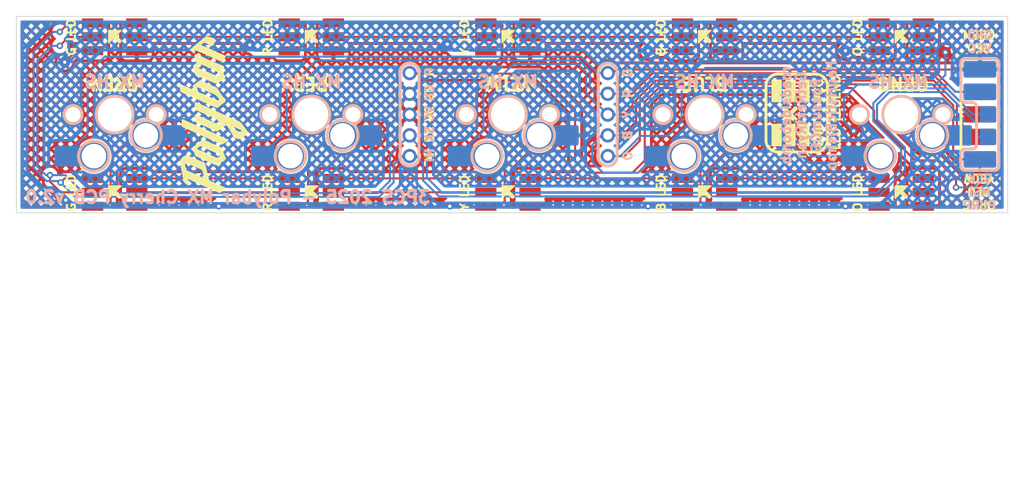
<source format=kicad_pcb>
(kicad_pcb (version 20241229) (generator "pcbnew") (generator_version "9.0")
  (layers (0 "F.Cu" signal) (2 "B.Cu" signal) (13 "F.Paste" user) (15 "B.Paste" user) (5 "F.SilkS" user "F.Silkscreen") (7 "B.SilkS" user "B.Silkscreen") (1 "F.Mask" user) (3 "B.Mask" user) (25 "Edge.Cuts" user))
  (net 0 "")
  (net 1 "GND")
  (net 2 "Green")
  (net 3 "Red")
  (net 4 "Yellow")
  (net 5 "Blue")
  (net 6 "Orange")
  (net 7 "led_mosi")
  (net 8 "led_sck")
  (net 9 "VCC")
  (net 10 "Net-(D1-CO)")
  (net 11 "Net-(D1-DO)")
  (net 12 "Net-(D2-CO)")
  (net 13 "Net-(D2-DO)")
  (net 14 "Net-(D3-CO)")
  (net 15 "Net-(D3-DO)")
  (net 16 "Net-(D4-CO)")
  (net 17 "Net-(D4-DO)")
  (net 18 "Purple")
  (footprint "Controller_Inputs:LED_RGB_5050_DOTSTAR" (layer "F.Cu") (at 98 99.5)
    (property "Reference" "D2" (hide yes))
    (property "Value" "red_fret_led")
  )
  (footprint "" (layer "F.Cu") (at 179.6 90.1)
    (property "Reference" "" (hide yes))
    (property "Value" "")
  )
  (footprint "" (layer "F.Cu") (at 109 95.08)
    (property "Reference" "")
    (property "Value" "")
  )
  (footprint "" (layer "F.Cu") (at 109 87.46)
    (property "Reference" "")
    (property "Value" "")
  )
  (footprint "" (layer "F.Cu") (at 108 92.54)
    (property "Reference" "")
    (property "Value" "")
  )
  (footprint "" (layer "F.Cu") (at 179.6 96.3125)
    (property "Reference" "" (hide yes))
    (property "Value" "")
  )
  (footprint "" (layer "F.Cu") (at 133.18685 87.46)
    (property "Reference" "")
    (property "Value" "")
  )
  (footprint "" (layer "F.Cu") (at 133.18685 92.54)
    (property "Reference" "")
    (property "Value" "")
  )
  (footprint "Controller_Inputs:LED_RGB_5050_DOTSTAR" (layer "F.Cu") (at 146 99.5)
    (property "Reference" "D4" (hide yes))
    (property "Value" "blue_fret_led")
  )
  (footprint "Controller_Inputs:LED_RGB_5050_DOTSTAR" (layer "F.Cu") (at 98 80.5)
    (property "Reference" "D2" (hide yes))
    (property "Value" "red_fret_led")
  )
  (footprint "" (layer "F.Cu") (at 179.6 85.6375)
    (property "Reference" "" (hide yes))
    (property "Value" "")
  )
  (footprint "Controller_Inputs:LED_RGB_5050_DOTSTAR" (layer "F.Cu") (at 146 80.5)
    (property "Reference" "D4" (hide yes))
    (property "Value" "blue_fret_led")
  )
  (footprint "" (layer "F.Cu") (at 133.18685 95.08)
    (property "Reference" "")
    (property "Value" "")
  )
  (footprint "Controller_Inputs:LED_RGB_5050_DOTSTAR" (layer "F.Cu") (at 170 80.5)
    (property "Reference" "D5" (hide yes))
    (property "Value" "orange_fret_led")
  )
  (footprint "Controller_Inputs:LED_RGB_5050_DOTSTAR" (layer "F.Cu") (at 74 80.5)
    (property "Reference" "D1" (hide yes))
    (property "Value" "green_fret_led")
  )
  (footprint "Controller_Inputs:LED_RGB_5050_DOTSTAR" (layer "F.Cu") (at 170 99.5)
    (property "Reference" "D5" (hide yes))
    (property "Value" "orange_fret_led")
  )
  (footprint "" (layer "F.Cu") (at 109 84.92)
    (property "Reference" "")
    (property "Value" "")
  )
  (footprint "Controller_Inputs:LED_RGB_5050_DOTSTAR" (layer "F.Cu") (at 122 99.5)
    (property "Reference" "D3" (hide yes))
    (property "Value" "yellow_fret_led")
  )
  (footprint "Controller_Inputs:LED_RGB_5050_DOTSTAR" (layer "F.Cu") (at 122 80.5)
    (property "Reference" "D3" (hide yes))
    (property "Value" "yellow_fret_led")
  )
  (footprint "Controller_Inputs:LED_RGB_5050_DOTSTAR" (layer "F.Cu") (at 74 99.5)
    (property "Reference" "D1" (hide yes))
    (property "Value" "green_fret_led")
  )
  (footprint "" (layer "F.Cu") (at 133.18685 84.92)
    (property "Reference" "")
    (property "Value" "")
  )
  (footprint "" (layer "F.Cu") (at 179.6 79.8875)
    (property "Reference" "" (hide yes))
    (property "Value" "")
  )
  (footprint "" (layer "F.Cu") (at 109 90)
    (property "Reference" "")
    (property "Value" "")
  )
  (footprint "" (layer "F.Cu") (at 133.18685 90)
    (property "Reference" "")
    (property "Value" "")
  )
  (footprint "" (layer "F.Cu") (at 179.6 93.225)
    (property "Reference" "" (hide yes))
    (property "Value" "")
  )
  (footprint "" (layer "B.Cu") (at 179.6 86.725 180)
    (property "Reference" "" (hide yes))
    (property "Value" "")
  )
  (footprint "" (layer "B.Cu") (at 179.6 88.5375 180)
    (property "Reference" "" (hide yes))
    (property "Value" "")
  )
  (footprint "marbastlib-mx:SW_MX_HS_1u" (layer "B.Cu") (at 122 90)
    (property "Reference" "SW5" (hide yes))
    (property "Value" "MX_SW_HS" (hide yes))
  )
  (footprint "" (layer "B.Cu") (at 179.6 83.6375 180)
    (property "Reference" "" (hide yes))
    (property "Value" "")
  )
  (footprint "marbastlib-mx:SW_MX_HS_1u" (layer "B.Cu") (at 74 90)
    (property "Reference" "SW5" (hide yes))
    (property "Value" "MX_SW_HS" (hide yes))
  )
  (footprint "marbastlib-mx:SW_MX_HS_1u" (layer "B.Cu") (at 98 90)
    (property "Reference" "SW5" (hide yes))
    (property "Value" "MX_SW_HS" (hide yes))
  )
  (footprint "marbastlib-mx:SW_MX_HS_1u" (layer "B.Cu") (at 170 90)
    (property "Reference" "SW5" (hide yes))
    (property "Value" "MX_SW_HS" (hide yes))
  )
  (footprint "" (layer "B.Cu") (at 179.6 96.05 180)
    (property "Reference" "" (hide yes))
    (property "Value" "")
  )
  (footprint "" (layer "B.Cu") (at 179.6 92.975 180)
    (property "Reference" "" (hide yes))
    (property "Value" "")
  )
  (footprint "marbastlib-mx:SW_MX_HS_1u" (layer "B.Cu") (at 146 90)
    (property "Reference" "SW5" (hide yes))
    (property "Value" "MX_SW_HS" (hide yes))
  )
  (gr_line (start 121.275 98.725) (end 122.775 98.725) (stroke (width 0.12)) (layer "F.SilkS"))
  (gr_poly (pts (xy 73.275 100.225) (xy 73.275 98.725) (xy 74.775 98.725)) (stroke (width 0.12)) (fill yes) (layer "F.SilkS"))
  (gr_line (start 169.9 80.35) (end 170.575 81.025) (stroke (width 0.5)) (layer "F.SilkS"))
  (gr_line (start 154.95 85.05) (end 159.55 85.05) (stroke (width 0.35)) (layer "F.SilkS"))
  (gr_rect (start 157.65 85.8) (end 158.75 88.4) (stroke (width 0.15)) (fill yes) (layer "F.SilkS"))
  (gr_arc (start 154.95 94.5754) (mid 153.924697 94.150705) (end 153.5 93.1254) (stroke (width 0.35)) (layer "F.SilkS"))
  (gr_line (start 73.9 80.35) (end 74.575 81.025) (stroke (width 0.5)) (layer "F.SilkS"))
  (gr_line (start 181.2 83.175) (end 177.8 83.175) (stroke (width 0.35)) (layer "F.SilkS"))
  (gr_arc (start 181.4 83.175) (mid 181.753553 83.321447) (end 181.9 83.675) (stroke (width 0.35)) (layer "F.SilkS"))
  (gr_line (start 157.3 90.55) (end 155.8 90.55) (stroke (width 0.12)) (layer "F.SilkS"))
  (gr_line (start 145.275 81.225) (end 145.275 79.725) (stroke (width 0.12)) (layer "F.SilkS"))
  (gr_line (start 161 93.1254) (end 161 86.5) (stroke (width 0.35)) (layer "F.SilkS"))
  (gr_line (start 97.9 80.35) (end 98.575 81.025) (stroke (width 0.5)) (layer "F.SilkS"))
  (gr_line (start 97.275 79.725) (end 98.775 79.725) (stroke (width 0.12)) (layer "F.SilkS"))
  (gr_arc (start 181.9 96.275) (mid 181.753553 96.628553) (end 181.4 96.775) (stroke (width 0.35)) (layer "F.SilkS"))
  (gr_poly (pts (xy 81.934346 95.716837) (xy 81.936117 95.694145) (xy 81.93937 95.671732) (xy 81.944213 95.64962) (xy 81.947264 95.638686) (xy 81.950754 95.627835) (xy 81.954694 95.617072) (xy 81.9591 95.606398) (xy 81.963983 95.595818) (xy 81.969358 95.585334) (xy 81.975238 95.574948) (xy 81.981637 95.564664) (xy 81.988568 95.554485) (xy 81.996044 95.544414) (xy 82.004079 95.534452) (xy 82.012686 95.524605) (xy 82.021878 95.514873) (xy 82.03167 95.505261) (xy 82.042075 95.495771) (xy 82.053106 95.486405) (xy 82.125086 95.425103) (xy 82.195485 95.362103) (xy 82.264767 95.29794) (xy 82.333399 95.23315) (xy 82.470569 95.103824) (xy 82.540038 95.040359) (xy 82.610715 94.978406) (xy 82.619155 94.971945) (xy 82.628749 94.965976) (xy 82.639349 94.960525) (xy 82.650806 94.955616) (xy 82.662972 94.951278) (xy 82.6757 94.947536) (xy 82.68884 94.944415) (xy 82.702245 94.941943) (xy 82.715766 94.940145) (xy 82.729255 94.939048) (xy 82.742563 94.938677) (xy 82.755544 94.939059) (xy 82.768047 94.940221) (xy 82.779926 94.942187) (xy 82.791031 94.944985) (xy 82.801215 94.94864) (xy 83.081508 95.065222) (xy 83.360313 95.184781) (xy 83.916433 95.426874) (xy 84.364902 95.620599) (xy 84.813371 95.815812) (xy 84.842045 95.829111) (xy 84.869283 95.843047) (xy 84.89509 95.857744) (xy 84.919473 95.873328) (xy 84.942438 95.889923) (xy 84.96399 95.907655) (xy 84.984135 95.926649) (xy 85.002879 95.947029) (xy 85.020228 95.96892) (xy 85.036187 95.992449) (xy 85.050763 96.017738) (xy 85.063961 96.044914) (xy 85.075787 96.074102) (xy 85.086246 96.105426) (xy 85.095345 96.139012) (xy 85.10309 96.174984) (xy 85.145704 96.389688) (xy 85.191364 96.603764) (xy 85.289869 97.030498) (xy 85.3947 97.456115) (xy 85.501949 97.881547) (xy 85.505778 97.895875) (xy 85.510534 97.910506) (xy 85.516168 97.925323) (xy 85.522631 97.94021) (xy 85.529872 97.95505) (xy 85.537843 97.969727) (xy 85.546494 97.984126) (xy 85.555776 97.998129) (xy 85.56564 98.01162) (xy 85.576035 98.024484) (xy 85.586912 98.036603) (xy 85.598223 98.047862) (xy 85.609918 98.058144) (xy 85.615893 98.062883) (xy 85.621946 98.067334) (xy 85.628071 98.071482) (xy 85.63426 98.075314) (xy 85.640508 98.078814) (xy 85.646809 98.081969) (xy 86.008275 98.249307) (xy 86.371601 98.413111) (xy 87.099371 98.736812) (xy 87.280198 98.821644) (xy 87.37089 98.863502) (xy 87.41655 98.883803) (xy 87.462513 98.9035) (xy 87.471682 98.907622) (xy 87.480221 98.911802) (xy 87.488138 98.916041) (xy 87.495441 98.92034) (xy 87.50214 98.924698) (xy 87.508243 98.929116) (xy 87.513759 98.933594) (xy 87.518696 98.938133) (xy 87.523063 98.942733) (xy 87.52687 98.947395) (xy 87.530124 98.952118) (xy 87.532835 98.956903) (xy 87.53501 98.961751) (xy 87.53666 98.966662) (xy 87.537792 98.971636) (xy 87.538416 98.976674) (xy 87.538539 98.981775) (xy 87.538172 98.986941) (xy 87.537321 98.992171) (xy 87.535997 98.997467) (xy 87.534208 99.002828) (xy 87.531963 99.008255) (xy 87.52927 99.013747) (xy 87.526138 99.019307) (xy 87.522575 99.024933) (xy 87.518592 99.030626) (xy 87.514195 99.036387) (xy 87.509395 99.042216) (xy 87.504199 99.048113) (xy 87.498616 99.054079) (xy 87.486326 99.066218) (xy 87.232574 99.307072) (xy 87.16838 99.366297) (xy 87.103187 99.424243) (xy 87.036644 99.480468) (xy 87.002758 99.507798) (xy 86.968404 99.534531) (xy 86.962437 99.538682) (xy 86.956086 99.542579) (xy 86.942324 99.549619) (xy 86.9273 99.555665) (xy 86.911198 99.560731) (xy 86.894201 99.564832) (xy 86.876491 99.567982) (xy 86.858252 99.570197) (xy 86.839668 99.57149) (xy 86.82092 99.571876) (xy 86.802193 99.57137) (xy 86.783669 99.569986) (xy 86.765532 99.567738) (xy 86.747965 99.564642) (xy 86.731151 99.560711) (xy 86.715273 99.555961) (xy 86.700513 99.550406) (xy 85.622501 99.074156) (xy 84.84012 98.723222) (xy 84.84012 97.734903) (xy 84.846159 97.734776) (xy 84.851775 97.733957) (xy 84.856979 97.732482) (xy 84.861784 97.730393) (xy 84.866205 97.727726) (xy 84.870254 97.724522) (xy 84.873943 97.720819) (xy 84.877287 97.716656) (xy 84.880297 97.712072) (xy 84.882988 97.707106) (xy 84.885373 97.701796) (xy 84.887463 97.696182) (xy 84.889274 97.690302) (xy 84.892105 97.677901) (xy 84.893971 97.664905) (xy 84.894977 97.651623) (xy 84.895227 97.638368) (xy 84.894826 97.625449) (xy 84.893878 97.613179) (xy 84.892489 97.601868) (xy 84.890762 97.591828) (xy 84.87748 97.526436) (xy 84.863012 97.461231) (xy 84.847474 97.396212) (xy 84.830983 97.331379) (xy 84.813654 97.266731) (xy 84.795605 97.20227) (xy 84.757809 97.073906) (xy 84.750565 97.049181) (xy 84.743581 97.023541) (xy 84.729562 96.970501) (xy 84.722115 96.943597) (xy 84.714102 96.916764) (xy 84.705315 96.890252) (xy 84.695548 96.864306) (xy 84.684596 96.839175) (xy 84.672251 96.815104) (xy 84.665492 96.803544) (xy 84.658308 96.792341) (xy 84.650672 96.781528) (xy 84.64256 96.771134) (xy 84.633944 96.76119) (xy 84.6248 96.751728) (xy 84.615101 96.742779) (xy 84.604822 96.734372) (xy 84.593937 96.72654) (xy 84.58242 96.719313) (xy 84.570245 96.712721) (xy 84.557387 96.706797) (xy 84.325525 96.606121) (xy 84.094036 96.504142) (xy 83.630684 96.3) (xy 83.216446 96.11967) (xy 83.008397 96.03183) (xy 82.799231 95.946781) (xy 82.789487 95.943408) (xy 82.778949 95.940723) (xy 82.767755 95.938719) (xy 82.75604 95.937386) (xy 82.743941 95.936716) (xy 82.731596 95.9367) (xy 82.719139 95.937329) (xy 82.706709 95.938595) (xy 82.694442 95.940489) (xy 82.682474 95.943002) (xy 82.670943 95.946126) (xy 82.659983 95.949851) (xy 82.649733 95.954169) (xy 82.640329 95.959071) (xy 82.635987 95.961739) (xy 82.631908 95.964549) (xy 82.628108 95.967501) (xy 82.624605 95.970594) (xy 82.621535 95.9739) (xy 82.618647 95.977482) (xy 82.615936 95.981328) (xy 82.6134 95.985422) (xy 82.608834 95.994305) (xy 82.604916 96.004018) (xy 82.601615 96.014453) (xy 82.598897 96.025497) (xy 82.596732 96.037042) (xy 82.595087 96.048977) (xy 82.593931 96.06119) (xy 82.593231 96.073572) (xy 82.592955 96.086012) (xy 82.593072 96.0984) (xy 82.593549 96.110625) (xy 82.594355 96.122577) (xy 82.595457 96.134145) (xy 82.596824 96.145219) (xy 82.613629 96.261801) (xy 82.622845 96.320185) (xy 82.633039 96.378383) (xy 82.644534 96.436209) (xy 82.657657 96.493476) (xy 82.672734 96.55) (xy 82.681107 96.577925) (xy 82.69009 96.605594) (xy 82.696039 96.62176) (xy 82.702709 96.638189) (xy 82.710077 96.654768) (xy 82.718119 96.671388) (xy 82.726812 96.687939) (xy 82.736133 96.704309) (xy 82.746059 96.720388) (xy 82.756566 96.736066) (xy 82.767631 96.751233) (xy 82.779231 96.765778) (xy 82.791343 96.77959) (xy 82.803943 96.792559) (xy 82.817008 96.804575) (xy 82.830515 96.815527) (xy 82.837427 96.820569) (xy 82.84444 96.825304) (xy 82.851553 96.829718) (xy 82.858761 96.833797) (xy 82.928009 96.870438) (xy 82.998629 96.9048) (xy 83.070318 96.937395) (xy 83.142775 96.968734) (xy 83.288782 97.029692) (xy 83.361727 97.060333) (xy 83.43423 97.091765) (xy 83.793154 97.252748) (xy 84.15059 97.415218) (xy 84.233205 97.455146) (xy 84.315913 97.496888) (xy 84.48198 97.581906) (xy 84.565525 97.623229) (xy 84.649535 97.662459) (xy 84.734104 97.69862) (xy 84.776627 97.715244) (xy 84.819324 97.730734) (xy 84.826715 97.73292) (xy 84.833643 97.734297) (xy 84.84012 97.734903) (xy 84.84012 98.723222) (xy 84.547466 98.591953) (xy 83.767607 98.242703) (xy 83.372716 98.066093) (xy 83.332122 98.047563) (xy 83.292039 98.027987) (xy 83.212478 97.987462) (xy 83.172534 97.967398) (xy 83.132172 97.948054) (xy 83.091159 97.929873) (xy 83.070336 97.921356) (xy 83.049262 97.913296) (xy 83.046636 97.912204) (xy 83.043968 97.911165) (xy 83.041266 97.910183) (xy 83.038535 97.909266) (xy 83.03578 97.908418) (xy 83.033008 97.907646) (xy 83.030224 97.906955) (xy 83.027434 97.906351) (xy 83.024645 97.90584) (xy 83.021861 97.905429) (xy 83.019089 97.905122) (xy 83.016334 97.904925) (xy 83.013603 97.904844) (xy 83.0109 97.904886) (xy 83.008233 97.905056) (xy 83.005606 97.905359) (xy 82.985733 97.910279) (xy 82.969499 97.917858) (xy 82.956683 97.927932) (xy 82.947063 97.940334) (xy 82.940418 97.954898) (xy 82.936528 97.97146) (xy 82.935169 97.989852) (xy 82.936122 98.009911) (xy 82.939165 98.031469) (xy 82.944077 98.054361) (xy 82.958621 98.103486) (xy 82.977984 98.15596) (xy 83.000397 98.210457) (xy 83.04729 98.320217) (xy 83.068229 98.37283) (xy 83.085136 98.422165) (xy 83.091525 98.445188) (xy 83.096242 98.466894) (xy 83.099065 98.487118) (xy 83.099775 98.505694) (xy 83.098149 98.522456) (xy 83.093966 98.537239) (xy 83.087004 98.549876) (xy 83.077044 98.560203) (xy 83.073649 98.56267) (xy 83.070168 98.564873) (xy 83.066605 98.566826) (xy 83.062967 98.568543) (xy 83.059259 98.57004) (xy 83.055487 98.57133) (xy 83.051657 98.572428) (xy 83.047774 98.573349) (xy 83.043845 98.574107) (xy 83.039875 98.574717) (xy 83.035871 98.575193) (xy 83.031837 98.575551) (xy 83.02778 98.575803) (xy 83.023706 98.575965) (xy 83.015528 98.576078) (xy 82.992049 98.576313) (xy 82.968523 98.575539) (xy 82.944997 98.573771) (xy 82.921518 98.571024) (xy 82.898132 98.567311) (xy 82.874885 98.562648) (xy 82.851824 98.557049) (xy 82.828996 98.550529) (xy 82.806447 98.543101) (xy 82.784224 98.534782) (xy 82.762372 98.525584) (xy 82.74094 98.515523) (xy 82.719972 98.504613) (xy 82.699516 98.49287) (xy 82.679618 98.480306) (xy 82.660325 98.466937) (xy 82.631415 98.444886) (xy 82.604196 98.421219) (xy 82.578641 98.39604) (xy 82.554719 98.369455) (xy 82.532401 98.341567) (xy 82.511659 98.312481) (xy 82.492464 98.282303) (xy 82.474786 98.251136) (xy 82.458596 98.219086) (xy 82.443865 98.186256) (xy 82.430565 98.152753) (xy 82.418665 98.118679) (xy 82.408138 98.084141) (xy 82.398953 98.049242) (xy 82.391082 98.014087) (xy 82.384497 97.978781) (xy 82.340251 97.733555) (xy 82.293959 97.488888) (xy 82.245807 97.244593) (xy 82.195981 97.000484) (xy 82.133163 96.70906) (xy 82.068484 96.417822) (xy 82.00455 96.126212) (xy 81.943965 95.833671) (xy 81.939936 95.809933) (xy 81.936853 95.786356) (xy 81.934822 95.762966) (xy 81.93395 95.739786)) (stroke (width -0.000001)) (fill yes) (layer "F.SilkS"))
  (gr_line (start 73.275 81.225) (end 73.275 79.725) (stroke (width 0.12)) (layer "F.SilkS"))
  (gr_line (start 97.275 100.225) (end 97.275 98.725) (stroke (width 0.12)) (layer "F.SilkS"))
  (gr_arc (start 133.03 84.9) (mid 134.18 83.75) (end 135.33 84.9) (stroke (width 0.35)) (layer "F.SilkS"))
  (gr_line (start 97.275 81.225) (end 97.275 79.725) (stroke (width 0.12)) (layer "F.SilkS"))
  (gr_poly (pts (xy 169.275 100.225) (xy 169.275 98.725) (xy 170.775 98.725)) (stroke (width 0.12)) (fill yes) (layer "F.SilkS"))
  (gr_poly (pts (xy 83.569106 84.080445) (xy 83.570006 84.068623) (xy 83.571592 84.056917) (xy 83.573924 84.045345) (xy 83.577065 84.033925) (xy 83.581075 84.022672) (xy 83.585903 84.011739) (xy 83.591423 84.001247) (xy 83.597583 83.991174) (xy 83.604329 83.981496) (xy 83.611611 83.97219) (xy 83.619375 83.963234) (xy 83.627569 83.954602) (xy 83.636142 83.946273) (xy 83.645039 83.938223) (xy 83.65421 83.930429) (xy 83.663602 83.922868) (xy 83.673163 83.915515) (xy 83.69258 83.901346) (xy 83.712044 83.887734) (xy 83.962075 83.715092) (xy 83.970303 83.709031) (xy 83.974393 83.705902) (xy 83.978415 83.702691) (xy 83.982333 83.699387) (xy 83.986109 83.695979) (xy 83.989704 83.692454) (xy 83.993081 83.688801) (xy 83.996203 83.685008) (xy 83.99903 83.681065) (xy 84.000322 83.679033) (xy 84.001527 83.676958) (xy 84.002639 83.674841) (xy 84.003654 83.672678) (xy 84.004567 83.670468) (xy 84.005374 83.668211) (xy 84.00607 83.665904) (xy 84.00665 83.663546) (xy 84.007109 83.661136) (xy 84.007443 83.658672) (xy 84.007647 83.656153) (xy 84.007716 83.653578) (xy 84.007549 83.649757) (xy 84.00706 83.646105) (xy 84.006261 83.642615) (xy 84.005165 83.63928) (xy 84.003788 83.636096) (xy 84.002143 83.633055) (xy 84.000244 83.630151) (xy 83.998104 83.627378) (xy 83.995737 83.624731) (xy 83.993157 83.622202) (xy 83.990378 83.619786) (xy 83.987414 83.617476) (xy 83.980985 83.613151) (xy 83.973981 83.609178) (xy 83.966511 83.605507) (xy 83.958687 83.602089) (xy 83.942417 83.595814) (xy 83.926054 83.589958) (xy 83.910481 83.584125) (xy 83.898689 83.57931) (xy 83.887486 83.573813) (xy 83.876859 83.567663) (xy 83.866794 83.560886) (xy 83.857274 83.55351) (xy 83.848287 83.545563) (xy 83.839817 83.537073) (xy 83.83185 83.528066) (xy 83.824371 83.518571) (xy 83.817366 83.508616) (xy 83.80472 83.487433) (xy 83.793794 83.464739) (xy 83.784473 83.440754) (xy 83.77664 83.415699) (xy 83.770179 83.389795) (xy 83.764974 83.363264) (xy 83.760908 83.336326) (xy 83.757866 83.309201) (xy 83.75573 83.282112) (xy 83.754385 83.255278) (xy 83.753715 83.228922) (xy 83.753343 83.097953) (xy 83.755203 82.966984) (xy 83.759296 82.836015) (xy 83.765621 82.705047) (xy 83.767606 82.66536) (xy 83.768478 82.654051) (xy 83.769049 82.648329) (xy 83.769746 82.642601) (xy 83.770593 82.636897) (xy 83.771618 82.631245) (xy 83.772846 82.625675) (xy 83.774304 82.620215) (xy 83.776017 82.614894) (xy 83.778013 82.609742) (xy 83.780316 82.604788) (xy 83.781592 82.602394) (xy 83.782954 82.600061) (xy 83.784407 82.597791) (xy 83.785953 82.595589) (xy 83.787595 82.593458) (xy 83.789338 82.591402) (xy 83.791183 82.589425) (xy 83.793135 82.58753) (xy 83.795197 82.58572) (xy 83.797372 82.584) (xy 83.800016 82.582057) (xy 83.802738 82.580317) (xy 83.805534 82.578773) (xy 83.808398 82.577419) (xy 83.811329 82.576248) (xy 83.81432 82.575253) (xy 83.817369 82.574429) (xy 83.820471 82.573768) (xy 83.823623 82.573264) (xy 83.82682 82.57291) (xy 83.833335 82.572628) (xy 83.839983 82.572869) (xy 83.846733 82.573582) (xy 83.853553 82.574712) (xy 83.860411 82.576209) (xy 83.867274 82.57802) (xy 83.874111 82.580093) (xy 83.88089 82.582374) (xy 83.887579 82.584813) (xy 83.900559 82.589952) (xy 84.183488 82.712891) (xy 84.46437 82.839736) (xy 85.023715 83.099937) (xy 85.291731 83.224642) (xy 85.56049 83.347487) (xy 85.830737 83.466612) (xy 85.966651 83.524197) (xy 86.103216 83.580155) (xy 86.369557 83.684862) (xy 86.637013 83.788266) (xy 86.770346 83.841166) (xy 86.902981 83.895764) (xy 87.034593 83.952733) (xy 87.164856 84.012749) (xy 87.197734 84.028527) (xy 87.214567 84.037153) (xy 87.231426 84.046328) (xy 87.248134 84.056096) (xy 87.264513 84.066501) (xy 87.280387 84.077586) (xy 87.295577 84.089395) (xy 87.309907 84.101971) (xy 87.316694 84.108561) (xy 87.3232 84.115359) (xy 87.329401 84.12237) (xy 87.335277 84.129601) (xy 87.340805 84.137056) (xy 87.345962 84.144741) (xy 87.350727 84.152661) (xy 87.355077 84.160823) (xy 87.358991 84.16923) (xy 87.362445 84.17789) (xy 87.365419 84.186807) (xy 87.367889 84.195986) (xy 87.369834 84.205434) (xy 87.371232 84.215155) (xy 87.371766 84.224347) (xy 87.371535 84.233323) (xy 87.370572 84.242089) (xy 87.368914 84.250649) (xy 87.366595 84.259008) (xy 87.363653 84.267172) (xy 87.360122 84.275145) (xy 87.356038 84.282934) (xy 87.351437 84.290542) (xy 87.346354 84.297974) (xy 87.340824 84.305237) (xy 87.334884 84.312335) (xy 87.321915 84.326056) (xy 87.307731 84.339178) (xy 87.292616 84.351742) (xy 87.276857 84.363789) (xy 87.260737 84.375359) (xy 87.244541 84.386493) (xy 87.213063 84.407616) (xy 87.1847 84.427483) (xy 87.149199 84.452629) (xy 87.118739 84.474539) (xy 87.085234 84.499169) (xy 87.052751 84.523893) (xy 87.038165 84.535468) (xy 87.025361 84.546081) (xy 87.014848 84.555404) (xy 87.007134 84.563108) (xy 87.004486 84.56625) (xy 87.002728 84.568864) (xy 87.001924 84.570909) (xy 87.002138 84.572344) (xy 87.454575 85.231156) (xy 87.466508 85.249119) (xy 87.478232 85.267339) (xy 87.483892 85.276567) (xy 87.489351 85.285884) (xy 87.494561 85.295301) (xy 87.499471 85.304825) (xy 87.504032 85.314465) (xy 87.508195 85.324231) (xy 87.51191 85.33413) (xy 87.515129 85.344171) (xy 87.5178 85.354364) (xy 87.519876 85.364717) (xy 87.521307 85.375238) (xy 87.522043 85.385937) (xy 87.521976 85.394803) (xy 87.521415 85.403542) (xy 87.520378 85.412155) (xy 87.518881 85.420644) (xy 87.516942 85.429009) (xy 87.514579 85.437252) (xy 87.511808 85.445373) (xy 87.508649 85.453374) (xy 87.505117 85.461256) (xy 87.501231 85.46902) (xy 87.497007 85.476667) (xy 87.492464 85.484198) (xy 87.482488 85.498916) (xy 87.471442 85.513185) (xy 87.459466 85.527011) (xy 87.446699 85.540404) (xy 87.433282 85.553372) (xy 87.419352 85.565925) (xy 87.405051 85.578072) (xy 87.390517 85.589819) (xy 87.36131 85.612155) (xy 86.64495 86.141982) (xy 86.626149 86.156148) (xy 86.606906 86.170105) (xy 86.597097 86.176881) (xy 86.587151 86.183457) (xy 86.57706 86.189783) (xy 86.566979 86.195712) (xy 86.566979 85.293968) (xy 86.581108 85.293478) (xy 86.595202 85.291989) (xy 86.609234 85.289424) (xy 86.62318 85.285708) (xy 86.630111 85.283395) (xy 86.637012 85.280766) (xy 86.647176 85.276239) (xy 86.657492 85.270879) (xy 86.66783 85.264733) (xy 86.678064 85.257852) (xy 86.688066 85.250286) (xy 86.697707 85.242082) (xy 86.70686 85.233292) (xy 86.715396 85.223963) (xy 86.723188 85.214146) (xy 86.726765 85.20907) (xy 86.730108 85.203891) (xy 86.733201 85.198614) (xy 86.736029 85.193246) (xy 86.738574 85.187792) (xy 86.740821 85.18226) (xy 86.742754 85.176656) (xy 86.744358 85.170984) (xy 86.745615 85.165253) (xy 86.746511 85.159467) (xy 86.747028 85.153633) (xy 86.747152 85.147758) (xy 86.746866 85.141847) (xy 86.746154 85.135906) (xy 86.745182 85.128906) (xy 86.743774 85.122043) (xy 86.741959 85.115313) (xy 86.739766 85.108715) (xy 86.737225 85.102244) (xy 86.734363 85.095898) (xy 86.731211 85.089674) (xy 86.727798 85.083569) (xy 86.724152 85.07758) (xy 86.720302 85.071705) (xy 86.716278 85.06594) (xy 86.712109 85.060283) (xy 86.707823 85.054731) (xy 86.70345 85.04928) (xy 86.69456 85.038672) (xy 86.662158 84.999945) (xy 86.630315 84.961033) (xy 86.598844 84.921749) (xy 86.567559 84.881906) (xy 86.541103 84.848672) (xy 86.513671 84.816206) (xy 86.499515 84.800384) (xy 86.485029 84.784902) (xy 86.470182 84.769809) (xy 86.454945 84.755156) (xy 86.43929 84.74099) (xy 86.423187 84.727363) (xy 86.406608 84.714323) (xy 86.389523 84.701919) (xy 86.371903 84.690201) (xy 86.353719 84.679219) (xy 86.334942 84.669022) (xy 86.315543 84.659659) (xy 86.111908 84.556452) (xy 85.90611 84.457594) (xy 85.698592 84.362224) (xy 85.489794 84.269482) (xy 84.650652 83.907581) (xy 84.64255 83.904375) (xy 84.633929 83.901472) (xy 84.624871 83.898895) (xy 84.615461 83.896666) (xy 84.605784 83.89481) (xy 84.595924 83.893349) (xy 84.585964 83.892306) (xy 84.575991 83.891705) (xy 84.566087 83.89157) (xy 84.556337 83.891923) (xy 84.546825 83.892787) (xy 84.537636 83.894186) (xy 84.528854 83.896143) (xy 84.520563 83.898682) (xy 84.512848 83.901825) (xy 84.509233 83.903631) (xy 84.505793 83.905596) (xy 84.472485 83.926529) (xy 84.439502 83.947671) (xy 84.406799 83.969045) (xy 84.374328 83.990676) (xy 84.309898 84.034797) (xy 84.24584 84.08022) (xy 84.236802 84.086416) (xy 84.227578 84.092394) (xy 84.208757 84.10394) (xy 84.18975 84.115346) (xy 84.17093 84.127101) (xy 84.161705 84.133262) (xy 84.152667 84.139694) (xy 84.143861 84.146456) (xy 84.135335 84.153611) (xy 84.127134 84.16122) (xy 84.119305 84.169343) (xy 84.111894 84.178042) (xy 84.108361 84.182626) (xy 84.104949 84.187377) (xy 84.100582 84.196475) (xy 84.099269 84.205888) (xy 84.100831 84.21558) (xy 84.105088 84.225518) (xy 84.111863 84.235666) (xy 84.120977 84.245991) (xy 84.13225 84.256457) (xy 84.145505 84.267031) (xy 84.177241 84.288362) (xy 84.214756 84.309707) (xy 84.25662 84.33079) (xy 84.301402 84.351336) (xy 84.394001 84.38971) (xy 84.481112 84.422618) (xy 84.593105 84.463204) (xy 84.911597 84.597398) (xy 85.230089 84.73308) (xy 85.824162 84.991793) (xy 86.416746 85.254969) (xy 86.44257 85.265844) (xy 86.455835 85.270953) (xy 86.469301 85.275743) (xy 86.482941 85.280137) (xy 86.49673 85.28406) (xy 86.51064 85.287437) (xy 86.524647 85.290192) (xy 86.538723 85.292249) (xy 86.552842 85.293532) (xy 86.566979 85.293968) (xy 86.566979 86.195712) (xy 86.566815 86.195809) (xy 86.556408 86.201486) (xy 86.545828 86.206766) (xy 86.535069 86.211597) (xy 86.524121 86.215932) (xy 86.512975 86.21972) (xy 86.501622 86.222912) (xy 86.490055 86.225459) (xy 86.478263 86.227311) (xy 86.465986 86.228761) (xy 86.453714 86.229427) (xy 86.441454 86.22936) (xy 86.429212 86.228613) (xy 86.416993 86.227238) (xy 86.404802 86.225288) (xy 86.392647 86.222814) (xy 86.380532 86.219869) (xy 86.368464 86.216506) (xy 86.356448 86.212776) (xy 86.34449 86.208733) (xy 86.332597 86.204428) (xy 86.309025 86.195243) (xy 86.285778 86.185639) (xy 83.956122 85.237108) (xy 83.939037 85.230287) (xy 83.922139 85.223094) (xy 83.913818 85.2193) (xy 83.905613 85.215343) (xy 83.897548 85.2112) (xy 83.889645 85.206847) (xy 83.881929 85.202263) (xy 83.874421 85.197422) (xy 83.867147 85.192302) (xy 83.860128 85.18688) (xy 83.853388 85.181132) (xy 83.84695 85.175036) (xy 83.840838 85.168567) (xy 83.835075 85.161703) (xy 83.83042 85.155636) (xy 83.826114 85.149355) (xy 83.822134 85.142875) (xy 83.818456 85.136216) (xy 83.815057 85.129394) (xy 83.811914 85.122426) (xy 83.809003 85.11533) (xy 83.806301 85.108124) (xy 83.803786 85.100825) (xy 83.801433 85.093451) (xy 83.797124 85.078545) (xy 83.793186 85.063546) (xy 83.789434 85.048594) (xy 83.587028 84.213172) (xy 83.581808 84.189197) (xy 83.576889 84.164989) (xy 83.574696 84.152841) (xy 83.572762 84.140688) (xy 83.571147 84.128546) (xy 83.569913 84.116434) (xy 83.569121 84.104368) (xy 83.568832 84.092365)) (stroke (width -0.000001)) (fill yes) (layer "F.SilkS"))
  (gr_line (start 177.3 83.675) (end 177.299998 96.275) (stroke (width 0.35)) (layer "F.SilkS"))
  (gr_poly (pts (xy 83.747265 90.446093) (xy 83.751001 90.345719) (xy 83.756691 90.245113) (xy 83.762752 90.144786) (xy 83.767604 90.045249) (xy 83.767993 90.043502) (xy 83.769132 90.04162) (xy 83.770981 90.03962) (xy 83.773499 90.037517) (xy 83.780384 90.033071) (xy 83.789464 90.028413) (xy 83.800415 90.023674) (xy 83.812916 90.018984) (xy 83.826643 90.014474) (xy 83.841274 90.010275) (xy 83.856487 90.006518) (xy 83.871959 90.003334) (xy 83.887366 90.000853) (xy 83.902387 89.999206) (xy 83.916699 89.998524) (xy 83.929979 89.998939) (xy 83.936131 89.999598) (xy 83.941904 90.000579) (xy 83.947258 90.001901) (xy 83.952152 90.003578) (xy 84.232413 90.121989) (xy 84.511001 90.243935) (xy 85.065386 90.491734) (xy 85.776536 90.809978) (xy 86.131646 90.970309) (xy 86.486197 91.132686) (xy 86.499688 91.138523) (xy 86.512641 91.143409) (xy 86.525076 91.147378) (xy 86.537012 91.150468) (xy 86.54847 91.152716) (xy 86.559471 91.154156) (xy 86.570033 91.154827) (xy 86.580176 91.154763) (xy 86.589922 91.154002) (xy 86.599289 91.152579) (xy 86.608298 91.150531) (xy 86.616969 91.147895) (xy 86.625321 91.144707) (xy 86.633375 91.141002) (xy 86.641151 91.136818) (xy 86.648668 91.132191) (xy 86.655947 91.127157) (xy 86.663008 91.121752) (xy 86.676554 91.109975) (xy 86.689467 91.097152) (xy 86.701905 91.083574) (xy 86.750119 91.027515) (xy 86.738825 90.989653) (xy 86.726183 90.953421) (xy 86.71224 90.918763) (xy 86.697041 90.885621) (xy 86.680635 90.85394) (xy 86.663068 90.823663) (xy 86.644387 90.794734) (xy 86.624639 90.767097) (xy 86.60387 90.740695) (xy 86.582128 90.715473) (xy 86.55946 90.691373) (xy 86.535912 90.668339) (xy 86.486364 90.625247) (xy 86.43386 90.585744) (xy 86.378775 90.54938) (xy 86.321484 90.515705) (xy 86.262361 90.484269) (xy 86.201782 90.45462) (xy 86.077754 90.398883) (xy 85.952402 90.34489) (xy 84.458168 89.692031) (xy 84.387889 89.662002) (xy 84.317122 89.632624) (xy 84.175146 89.573961) (xy 84.104449 89.543746) (xy 84.034286 89.512321) (xy 83.964915 89.479222) (xy 83.896589 89.443984) (xy 83.884719 89.436587) (xy 83.872971 89.427872) (xy 83.86142 89.417966) (xy 83.850143 89.406994) (xy 83.839214 89.395079) (xy 83.82871 89.382348) (xy 83.818706 89.368925) (xy 83.809277 89.354935) (xy 83.8005 89.340503) (xy 83.792449 89.325754) (xy 83.7852 89.310814) (xy 83.778829 89.295806) (xy 83.773412 89.280857) (xy 83.769024 89.266091) (xy 83.76574 89.251633) (xy 83.763636 89.237608) (xy 83.757602 89.166655) (xy 83.754056 89.09526) (xy 83.752509 89.02354) (xy 83.752475 88.95161) (xy 83.757684 88.664124) (xy 83.758807 88.632912) (xy 83.759941 88.618448) (xy 83.761463 88.604741) (xy 83.763379 88.591786) (xy 83.765694 88.57958) (xy 83.768414 88.568121) (xy 83.771544 88.557403) (xy 83.775089 88.547423) (xy 83.779056 88.538178) (xy 83.78345 88.529664) (xy 83.788275 88.521878) (xy 83.793538 88.514815) (xy 83.799244 88.508473) (xy 83.805398 88.502847) (xy 83.812007 88.497934) (xy 83.819074 88.49373) (xy 83.826606 88.490232) (xy 83.834608 88.487436) (xy 83.843086 88.485338) (xy 83.852045 88.483935) (xy 83.861491 88.483223) (xy 83.871428 88.483198) (xy 83.881863 88.483858) (xy 83.892801 88.485197) (xy 83.904247 88.487213) (xy 83.916207 88.489902) (xy 83.928687 88.49326) (xy 83.94169 88.497284) (xy 83.955225 88.50197) (xy 83.983905 88.513314) (xy 84.648421 88.804521) (xy 85.311451 89.098704) (xy 85.418948 89.147477) (xy 85.527004 89.195691) (xy 85.744045 89.291189) (xy 87.881216 90.253611) (xy 87.91578 90.269633) (xy 87.950855 90.28505) (xy 88.02161 90.31463) (xy 88.091622 90.343465) (xy 88.125767 90.357953) (xy 88.159029 90.372673) (xy 88.2929 90.432444) (xy 88.427818 90.490309) (xy 88.699026 90.603852) (xy 88.834433 90.661298) (xy 88.969119 90.720372) (xy 89.102642 90.781958) (xy 89.23456 90.846938) (xy 89.265131 90.863472) (xy 89.294397 90.881727) (xy 89.322449 90.901563) (xy 89.349375 90.92284) (xy 89.375266 90.94542) (xy 89.400212 90.969163) (xy 89.424304 90.993929) (xy 89.447632 91.019579) (xy 89.470285 91.045972) (xy 89.492354 91.072971) (xy 89.535099 91.128223) (xy 89.617544 91.239845) (xy 90.054106 91.813329) (xy 90.095064 91.867535) (xy 90.136953 91.924392) (xy 90.157258 91.953771) (xy 90.17661 91.98376) (xy 90.194613 92.014342) (xy 90.210871 92.0455) (xy 90.224991 92.077217) (xy 90.236575 92.109473) (xy 90.241293 92.125799) (xy 90.24523 92.142253) (xy 90.248335 92.158834) (xy 90.250559 92.175539) (xy 90.251853 92.192366) (xy 90.252167 92.209313) (xy 90.251453 92.226378) (xy 90.24966 92.243558) (xy 90.246739 92.260852) (xy 90.242641 92.278257) (xy 90.237316 92.295771) (xy 90.230715 92.313391) (xy 90.226834 92.322601) (xy 90.222642 92.33163) (xy 90.218153 92.340485) (xy 90.213383 92.349172) (xy 90.208345 92.357696) (xy 90.203054 92.366063) (xy 90.197525 92.374278) (xy 90.191772 92.382348) (xy 90.18581 92.390279) (xy 90.179652 92.398076) (xy 90.173315 92.405745) (xy 90.166812 92.413292) (xy 90.160158 92.420723) (xy 90.153367 92.428044) (xy 90.139434 92.442376) (xy 90.116726 92.464643) (xy 90.093298 92.486098) (xy 90.069218 92.506815) (xy 90.044556 92.526867) (xy 90.019383 92.546325) (xy 89.993769 92.565264) (xy 89.941493 92.60187) (xy 89.728669 92.742016) (xy 89.680427 92.775177) (xy 89.632209 92.807501) (xy 89.583666 92.838708) (xy 89.534448 92.86852) (xy 89.484207 92.896658) (xy 89.458593 92.910012) (xy 89.432593 92.922842) (xy 89.406163 92.935115) (xy 89.379259 92.946794) (xy 89.351838 92.957846) (xy 89.323855 92.968235) (xy 89.317624 92.970257) (xy 89.317624 92.100039) (xy 89.328151 92.09977) (xy 89.338658 92.098888) (xy 89.349136 92.097348) (xy 89.359575 92.095109) (xy 89.368633 92.09263) (xy 89.3772 92.089677) (xy 89.385278 92.086273) (xy 89.392864 92.082443) (xy 89.399957 92.078212) (xy 89.406556 92.073604) (xy 89.41266 92.068645) (xy 89.418269 92.063358) (xy 89.42338 92.05777) (xy 89.427993 92.051904) (xy 89.432107 92.045785) (xy 89.435721 92.039437) (xy 89.438833 92.032887) (xy 89.441443 92.026157) (xy 89.443549 92.019274) (xy 89.445151 92.012261) (xy 89.446246 92.005143) (xy 89.446835 91.997946) (xy 89.446916 91.990693) (xy 89.446488 91.98341) (xy 89.445549 91.976121) (xy 89.4441 91.968851) (xy 89.442138 91.961624) (xy 89.439663 91.954466) (xy 89.436673 91.947401) (xy 89.433167 91.940453) (xy 89.429145 91.933648) (xy 89.424605 91.92701) (xy 89.419547 91.920564) (xy 89.413968 91.914335) (xy 89.407868 91.908346) (xy 89.401246 91.902624) (xy 89.383138 91.889974) (xy 89.378437 91.88687) (xy 89.376044 91.885374) (xy 89.373619 91.883928) (xy 89.37116 91.88254) (xy 89.368662 91.881219) (xy 89.366124 91.879973) (xy 89.363542 91.878812) (xy 89.300771 91.847252) (xy 89.237535 91.816459) (xy 89.110039 91.756525) (xy 88.853559 91.638703) (xy 88.585669 91.513687) (xy 88.572601 91.508037) (xy 88.56054 91.503342) (xy 88.549457 91.49957) (xy 88.539326 91.496688) (xy 88.530118 91.494664) (xy 88.521804 91.493465) (xy 88.514358 91.493057) (xy 88.50775 91.493409) (xy 88.501954 91.494488) (xy 88.49694 91.496261) (xy 88.492682 91.498695) (xy 88.489151 91.501758) (xy 88.486319 91.505416) (xy 88.484157 91.509638) (xy 88.482639 91.51439) (xy 88.481737 91.51964) (xy 88.481421 91.525356) (xy 88.481665 91.531503) (xy 88.482439 91.53805) (xy 88.483717 91.544964) (xy 88.487671 91.559763) (xy 88.493302 91.575637) (xy 88.500387 91.592325) (xy 88.508701 91.609565) (xy 88.51802 91.627096) (xy 88.528122 91.644656) (xy 88.555797 91.686465) (xy 88.586556 91.725658) (xy 88.620135 91.762364) (xy 88.656269 91.796708) (xy 88.694693 91.828821) (xy 88.735144 91.858829) (xy 88.777356 91.88686) (xy 88.821065 91.913043) (xy 88.866007 91.937504) (xy 88.911916 91.960373) (xy 88.958529 91.981777) (xy 89.005581 92.001844) (xy 89.099944 92.038477) (xy 89.192888 92.071296) (xy 89.213154 92.078587) (xy 89.233722 92.085342) (xy 89.244098 92.08841) (xy 89.254523 92.091214) (xy 89.264989 92.093709) (xy 89.275487 92.095853) (xy 89.286008 92.097601) (xy 89.296544 92.098911) (xy 89.307086 92.099738) (xy 89.317624 92.100039) (xy 89.317624 92.970257) (xy 89.306718 92.973797) (xy 89.289539 92.978592) (xy 89.25508 92.985978) (xy 89.220523 92.990586) (xy 89.18591 92.992606) (xy 89.151286 92.992231) (xy 89.116693 92.989653) (xy 89.082176 92.985063) (xy 89.047779 92.978653) (xy 89.013544 92.970616) (xy 88.979515 92.961143) (xy 88.945737 92.950425) (xy 88.912252 92.938656) (xy 88.879105 92.926025) (xy 88.846338 92.912727) (xy 88.782121 92.884891) (xy 88.73832 92.863516) (xy 88.697556 92.84039) (xy 88.659612 92.815625) (xy 88.62427 92.789331) (xy 88.591311 92.761619) (xy 88.560518 92.732598) (xy 88.531672 92.70238) (xy 88.504556 92.671075) (xy 88.478952 92.638793) (xy 88.454641 92.605645) (xy 88.431405 92.571741) (xy 88.409027 92.537192) (xy 88.365972 92.466599) (xy 88.323731 92.394751) (xy 88.147711 92.088041) (xy 87.975225 91.779098) (xy 87.631184 91.160469) (xy 87.624631 91.149812) (xy 87.617642 91.139393) (xy 87.610246 91.129172) (xy 87.602473 91.119107) (xy 87.59435 91.109159) (xy 87.585908 91.099287) (xy 87.56818 91.079606) (xy 87.530167 91.03936) (xy 87.510347 91.018144) (xy 87.490295 90.995766) (xy 87.487717 91.001883) (xy 87.485205 91.007591) (xy 87.482782 91.012897) (xy 87.480465 91.017811) (xy 87.472683 91.033717) (xy 87.47121 91.0368) (xy 87.469966 91.039542) (xy 87.468972 91.041953) (xy 87.468575 91.043038) (xy 87.468249 91.044042) (xy 87.467995 91.044968) (xy 87.467816 91.045817) (xy 87.467715 91.046589) (xy 87.467694 91.047286) (xy 87.467756 91.047909) (xy 87.467904 91.048459) (xy 87.468139 91.048937) (xy 87.468465 91.049344) (xy 87.478791 91.063122) (xy 87.488844 91.077618) (xy 87.498489 91.092759) (xy 87.507594 91.108472) (xy 87.516025 91.124686) (xy 87.523648 91.141327) (xy 87.530329 91.158322) (xy 87.535934 91.1756) (xy 87.54033 91.193087) (xy 87.543383 91.21071) (xy 87.54496 91.228398) (xy 87.545153 91.237243) (xy 87.544926 91.246076) (xy 87.544264 91.25489) (xy 87.543148 91.263674) (xy 87.541564 91.272419) (xy 87.539493 91.281117) (xy 87.536919 91.289758) (xy 87.533825 91.298333) (xy 87.530196 91.306834) (xy 87.526013 91.31525) (xy 87.520927 91.324303) (xy 87.515366 91.332881) (xy 87.50937 91.341024) (xy 87.502976 91.348768) (xy 87.496221 91.356151) (xy 87.489144 91.363213) (xy 87.481781 91.369989) (xy 87.474172 91.376518) (xy 87.466353 91.382838) (xy 87.458363 91.388986) (xy 87.442019 91.400919) (xy 87.408936 91.424391) (xy 87.260107 91.531547) (xy 87.108054 91.641432) (xy 87.031563 91.695909) (xy 86.954514 91.749828) (xy 86.684638 91.940328) (xy 86.628579 91.981473) (xy 86.599526 92.002034) (xy 86.584663 92.011772) (xy 86.569543 92.020944) (xy 86.554145 92.029394) (xy 86.538445 92.03697) (xy 86.522419 92.043516) (xy 86.506044 92.04888) (xy 86.497718 92.05107) (xy 86.489297 92.052906) (xy 86.480777 92.05437) (xy 86.472155 92.055441) (xy 86.463428 92.056102) (xy 86.454594 92.056331) (xy 86.445649 92.056111) (xy 86.436591 92.055422) (xy 86.429928 92.054732) (xy 86.423332 92.053788) (xy 86.410329 92.051186) (xy 86.397559 92.047718) (xy 86.384998 92.043485) (xy 86.372622 92.038589) (xy 86.36041 92.033133) (xy 86.348337 92.027217) (xy 86.33638 92.020943) (xy 86.312723 92.007731) (xy 86.289251 91.994309) (xy 86.265779 91.981492) (xy 86.253985 91.975565) (xy 86.242122 91.970094) (xy 85.970262 91.854999) (xy 85.408683 91.610921) (xy 84.847353 91.366595) (xy 84.287511 91.120781) (xy 84.277097 91.115657) (xy 84.266706 91.110673) (xy 84.246087 91.100937) (xy 84.225841 91.091201) (xy 84.215915 91.086217) (xy 84.206152 91.081094) (xy 84.177206 91.06647) (xy 84.146481 91.052289) (xy 84.081509 91.024787) (xy 84.014862 90.997656) (xy 83.982044 90.98394) (xy 83.950168 90.969968) (xy 83.919687 90.955624) (xy 83.891055 90.940792) (xy 83.864725 90.925354) (xy 83.852565 90.917373) (xy 83.841151 90.909197) (xy 83.830539 90.900811) (xy 83.820786 90.892201) (xy 83.811949 90.883354) (xy 83.804084 90.874253) (xy 83.797248 90.864885) (xy 83.791497 90.855235) (xy 83.786889 90.845288) (xy 83.78348 90.835031) (xy 83.772401 90.788184) (xy 83.76359 90.740703) (xy 83.756848 90.692653) (xy 83.751978 90.644096) (xy 83.748782 90.595098) (xy 83.747063 90.545723)) (stroke (width -0.000001)) (fill yes) (layer "F.SilkS"))
  (gr_line (start 155.8 90.55) (end 155.8 89.05) (stroke (width 0.12)) (layer "F.SilkS"))
  (gr_line (start 122.775 79.725) (end 121.275 81.225) (stroke (width 0.12)) (layer "F.SilkS"))
  (gr_line (start 155.8 89.05) (end 157.3 90.55) (stroke (width 0.12)) (layer "F.SilkS"))
  (gr_line (start 108.85 95.09) (end 108.85 84.9) (stroke (width 0.35)) (layer "F.SilkS"))
  (gr_line (start 145.275 100.225) (end 145.275 98.725) (stroke (width 0.12)) (layer "F.SilkS"))
  (gr_rect (start 154.25 85.8) (end 155.35 88.4) (stroke (width 0.15)) (fill yes) (layer "F.SilkS"))
  (gr_arc (start 177.3 83.675) (mid 177.446447 83.321447) (end 177.8 83.175) (stroke (width 0.35)) (layer "F.SilkS"))
  (gr_poly (pts (xy 157.3 90.55) (xy 155.8 90.55) (xy 155.8 89.05)) (stroke (width 0.12)) (fill yes) (layer "F.SilkS"))
  (gr_line (start 135.33 84.9) (end 135.33 95.13) (stroke (width 0.35)) (layer "F.SilkS"))
  (gr_line (start 121.275 100.225) (end 121.275 98.725) (stroke (width 0.12)) (layer "F.SilkS"))
  (gr_line (start 97.9 99.35) (end 98.575 100.025) (stroke (width 0.5)) (layer "F.SilkS"))
  (gr_line (start 169.9 99.35) (end 170.575 100.025) (stroke (width 0.5)) (layer "F.SilkS"))
  (gr_line (start 145.9 80.35) (end 146.575 81.025) (stroke (width 0.5)) (layer "F.SilkS"))
  (gr_line (start 121.9 99.35) (end 122.575 100.025) (stroke (width 0.5)) (layer "F.SilkS"))
  (gr_line (start 111.15 84.9) (end 111.15 95.09) (stroke (width 0.35)) (layer "F.SilkS"))
  (gr_poly (pts (xy 83.573107 94.044931) (xy 83.573941 94.034514) (xy 83.575203 94.024193) (xy 83.576913 94.013966) (xy 83.579091 94.003829) (xy 83.581757 93.99378) (xy 83.584931 93.983815) (xy 83.588635 93.97393) (xy 83.592888 93.964122) (xy 83.597711 93.954389) (xy 83.603124 93.944727) (xy 83.609147 93.935132) (xy 83.615802 93.925602) (xy 83.623107 93.916132) (xy 83.631084 93.90672) (xy 83.639752 93.897363) (xy 83.649133 93.888057) (xy 83.659246 93.878799) (xy 83.670112 93.869586) (xy 83.681751 93.860414) (xy 83.694184 93.85128) (xy 83.81296 93.763584) (xy 83.930015 93.673586) (xy 84.161008 93.48938) (xy 84.391258 93.304058) (xy 84.507382 93.212665) (xy 84.624856 93.123015) (xy 84.637454 93.114282) (xy 84.651323 93.105985) (xy 84.666291 93.098188) (xy 84.682186 93.090955) (xy 84.698836 93.08435) (xy 84.716071 93.078437) (xy 84.733719 93.073279) (xy 84.751608 93.068941) (xy 84.769567 93.065487) (xy 84.787424 93.062981) (xy 84.805008 93.061486) (xy 84.822147 93.061066) (xy 84.83867 93.061786) (xy 84.854405 93.06371) (xy 84.869181 93.066901) (xy 84.876156 93.068991) (xy 84.882827 93.071423) (xy 85.363511 93.283099) (xy 85.84252 93.498311) (xy 86.321902 93.712407) (xy 86.803702 93.920735) (xy 86.824089 93.929901) (xy 86.843599 93.939531) (xy 86.862262 93.949613) (xy 86.880108 93.960135) (xy 86.897165 93.971085) (xy 86.913465 93.982449) (xy 86.929037 93.994216) (xy 86.94391 94.006373) (xy 86.97168 94.031808) (xy 86.997015 94.058656) (xy 87.020152 94.086818) (xy 87.04133 94.116195) (xy 87.060787 94.146689) (xy 87.078762 94.178199) (xy 87.095492 94.210629) (xy 87.111217 94.243878) (xy 87.140603 94.312439) (xy 87.168826 94.383094) (xy 87.361311 94.857359) (xy 87.377461 94.895051) (xy 87.394518 94.9323) (xy 87.412273 94.969224) (xy 87.430516 95.005939) (xy 87.46763 95.079206) (xy 87.486083 95.115991) (xy 87.504186 95.153031) (xy 87.517088 95.180862) (xy 87.530014 95.210485) (xy 87.542242 95.241456) (xy 87.547869 95.257309) (xy 87.553051 95.273334) (xy 87.557698 95.289475) (xy 87.561721 95.305677) (xy 87.565028 95.321884) (xy 87.56753 95.338043) (xy 87.569137 95.354097) (xy 87.569759 95.369991) (xy 87.569305 95.385669) (xy 87.567685 95.401078) (xy 87.565655 95.413178) (xy 87.562935 95.424928) (xy 87.559554 95.43634) (xy 87.555542 95.447424) (xy 87.550931 95.458191) (xy 87.545749 95.468652) (xy 87.540027 95.478818) (xy 87.533796 95.4887) (xy 87.527084 95.498309) (xy 87.519924 95.507656) (xy 87.504375 95.525605) (xy 87.48739 95.542636) (xy 87.469211 95.558836) (xy 87.450078 95.574291) (xy 87.430232 95.58909) (xy 87.409916 95.603318) (xy 87.389371 95.617065) (xy 87.309717 95.668968) (xy 87.203707 95.740034) (xy 87.09714 95.810355) (xy 86.990201 95.879932) (xy 86.883075 95.948765) (xy 86.8284 95.985182) (xy 86.771609 96.024295) (xy 86.712819 96.063595) (xy 86.682709 96.08253) (xy 86.652144 96.10057) (xy 86.621137 96.1174) (xy 86.589702 96.132707) (xy 86.557855 96.146177) (xy 86.525609 96.157497) (xy 86.513828 96.160694) (xy 86.513828 95.268927) (xy 86.530911 95.267916) (xy 86.547961 95.265892) (xy 86.564942 95.262914) (xy 86.581816 95.259043) (xy 86.598544 95.254342) (xy 86.615089 95.24887) (xy 86.631413 95.242688) (xy 86.647479 95.235859) (xy 86.663248 95.228442) (xy 86.678682 95.220499) (xy 86.70634 95.204729) (xy 86.721552 95.195668) (xy 86.737346 95.185866) (xy 86.753465 95.175354) (xy 86.769654 95.164166) (xy 86.785657 95.152332) (xy 86.801218 95.139884) (xy 86.816081 95.126855) (xy 86.829991 95.113277) (xy 86.836509 95.106292) (xy 86.842692 95.099182) (xy 86.848509 95.09195) (xy 86.853927 95.084601) (xy 86.858916 95.077138) (xy 86.863442 95.069566) (xy 86.867475 95.061889) (xy 86.870981 95.05411) (xy 86.873929 95.046234) (xy 86.876286 95.038265) (xy 86.878022 95.030206) (xy 86.879104 95.022062) (xy 86.8797 95.011107) (xy 86.879286 95.00056) (xy 86.877913 94.990408) (xy 86.875628 94.980642) (xy 86.872482 94.971249) (xy 86.868523 94.962218) (xy 86.8638 94.953538) (xy 86.858362 94.945198) (xy 86.852259 94.937187) (xy 86.845539 94.929492) (xy 86.838251 94.922104) (xy 86.830445 94.91501) (xy 86.813474 94.901662) (xy 86.795017 94.889357) (xy 86.775468 94.878005) (xy 86.755218 94.867517) (xy 86.734659 94.857802) (xy 86.714185 94.84877) (xy 86.64098 94.817671) (xy 86.154592 94.598646) (xy 85.666901 94.382597) (xy 85.179581 94.165804) (xy 84.694308 93.944546) (xy 84.664601 93.931453) (xy 84.635711 93.919792) (xy 84.607571 93.909695) (xy 84.580114 93.901293) (xy 84.553273 93.894717) (xy 84.526982 93.890096) (xy 84.514021 93.888561) (xy 84.501173 93.887563) (xy 84.488428 93.88712) (xy 84.475779 93.887248) (xy 84.463218 93.887962) (xy 84.450735 93.889281) (xy 84.438323 93.891219) (xy 84.425972 93.893794) (xy 84.413676 93.897021) (xy 84.401425 93.900917) (xy 84.389211 93.905498) (xy 84.377025 93.910781) (xy 84.36486 93.916782) (xy 84.352707 93.923517) (xy 84.340558 93.931003) (xy 84.328404 93.939256) (xy 84.316237 93.948293) (xy 84.304048 93.958129) (xy 84.29183 93.968781) (xy 84.279573 93.980265) (xy 84.265256 93.993481) (xy 84.250614 94.006372) (xy 84.235692 94.018984) (xy 84.220538 94.031363) (xy 84.205198 94.043556) (xy 84.189718 94.055609) (xy 84.158526 94.079483) (xy 84.136047 94.096711) (xy 84.124133 94.105884) (xy 84.112266 94.115357) (xy 84.100817 94.125074) (xy 84.090159 94.13498) (xy 84.085242 94.139987) (xy 84.080663 94.14502) (xy 84.076468 94.150072) (xy 84.072702 94.155138) (xy 84.069414 94.160209) (xy 84.066649 94.165279) (xy 84.064453 94.170341) (xy 84.062874 94.175388) (xy 84.061957 94.180414) (xy 84.06175 94.185411) (xy 84.062298 94.190372) (xy 84.063649 94.19529) (xy 84.065848 94.20016) (xy 84.068943 94.204973) (xy 84.072979 94.209722) (xy 84.078004 94.214402) (xy 84.084064 94.219004) (xy 84.091205 94.223523) (xy 84.099474 94.227951) (xy 84.108917 94.232281) (xy 84.503312 94.396984) (xy 84.699393 94.481196) (xy 84.89473 94.56764) (xy 85.652266 94.911929) (xy 86.031591 95.082771) (xy 86.412776 95.250265) (xy 86.429257 95.256623) (xy 86.445933 95.261601) (xy 86.462766 95.26526) (xy 86.479718 95.267659) (xy 86.496751 95.268861) (xy 86.513828 95.268927) (xy 86.513828 96.160694) (xy 86.49298 96.166351) (xy 86.476526 96.169755) (xy 86.459981 96.172426) (xy 86.443348 96.174323) (xy 86.426628 96.175408) (xy 86.409823 96.175642) (xy 86.392935 96.174984) (xy 86.372213 96.173063) (xy 86.351713 96.170314) (xy 86.331421 96.166791) (xy 86.311327 96.162551) (xy 86.29142 96.157647) (xy 86.271687 96.152136) (xy 86.252116 96.146073) (xy 86.232697 96.139513) (xy 86.213417 96.132511) (xy 86.194265 96.125123) (xy 86.156298 96.109407) (xy 86.118704 96.092807) (xy 86.081388 96.075765) (xy 85.551963 95.830013) (xy 85.020491 95.589097) (xy 84.487159 95.351902) (xy 83.952153 95.117312) (xy 83.930698 95.107313) (xy 83.910923 95.096662) (xy 83.892741 95.085361) (xy 83.876065 95.073408) (xy 83.860807 95.060804) (xy 83.846881 95.047549) (xy 83.834198 95.033643) (xy 83.822673 95.019086) (xy 83.812217 95.003877) (xy 83.802744 94.988018) (xy 83.794166 94.971507) (xy 83.786396 94.954345) (xy 83.779347 94.936532) (xy 83.772932 94.918068) (xy 83.767063 94.898953) (xy 83.761653 94.879187) (xy 83.673845 94.529689) (xy 83.589013 94.178702) (xy 83.583784 94.155164) (xy 83.57937 94.132159) (xy 83.575932 94.109659) (xy 83.573634 94.087638) (xy 83.572638 94.066071)) (stroke (width -0.000001)) (fill yes) (layer "F.SilkS"))
  (gr_arc (start 135.33 95.13) (mid 134.18 96.28) (end 133.03 95.13) (stroke (width 0.35)) (layer "F.SilkS"))
  (gr_poly (pts (xy 81.973984 86.648615) (xy 81.976746 86.597236) (xy 81.981241 86.545426) (xy 81.987684 86.493157) (xy 81.996289 86.440399) (xy 82.007272 86.387125) (xy 82.020848 86.333303) (xy 82.037231 86.278907) (xy 83.626715 86.977405) (xy 83.602252 86.886404) (xy 83.579834 86.804518) (xy 83.569568 86.765889) (xy 83.560022 86.728213) (xy 83.551266 86.691048) (xy 83.543372 86.653954) (xy 83.539147 86.632032) (xy 83.53562 86.609553) (xy 83.53422 86.598162) (xy 83.533116 86.586701) (xy 83.53235 86.575194) (xy 83.531962 86.563664) (xy 83.531992 86.552133) (xy 83.532481 86.540626) (xy 83.53347 86.529166) (xy 83.535 86.517775) (xy 83.537112 86.506477) (xy 83.539845 86.495296) (xy 83.543241 86.484254) (xy 83.547341 86.473375) (xy 83.54927 86.468584) (xy 83.551333 86.463886) (xy 83.553524 86.459282) (xy 83.555836 86.45477) (xy 83.558266 86.450352) (xy 83.560805 86.446027) (xy 83.563449 86.441794) (xy 83.566192 86.437655) (xy 83.569029 86.433609) (xy 83.571952 86.429656) (xy 83.574956 86.425795) (xy 83.578037 86.422028) (xy 83.581187 86.418354) (xy 83.584401 86.414773) (xy 83.587673 86.411285) (xy 83.590997 86.40789) (xy 83.600764 86.399057) (xy 83.610716 86.390433) (xy 83.620855 86.382042) (xy 83.63118 86.373907) (xy 83.641691 86.366051) (xy 83.652388 86.358497) (xy 83.663271 86.351269) (xy 83.67434 86.34439) (xy 84.257746 85.893937) (xy 84.273571 85.880841) (xy 84.281645 85.874539) (xy 84.289838 85.86842) (xy 84.298158 85.862498) (xy 84.306616 85.856789) (xy 84.315218 85.851306) (xy 84.323975 85.846064) (xy 84.332895 85.841079) (xy 84.341986 85.836363) (xy 84.351257 85.831933) (xy 84.360717 85.827802) (xy 84.370375 85.823985) (xy 84.380239 85.820496) (xy 84.390318 85.817351) (xy 84.400621 85.814563) (xy 84.407702 85.81288) (xy 84.414802 85.811545) (xy 84.421919 85.810545) (xy 84.42905 85.809865) (xy 84.436191 85.809494) (xy 84.443338 85.809417) (xy 84.457641 85.810098) (xy 84.471933 85.811801) (xy 84.486186 85.814423) (xy 84.500376 85.817859) (xy 84.514475 85.822004) (xy 84.528458 85.826754) (xy 84.542298 85.832003) (xy 84.55597 85.837648) (xy 84.569447 85.843584) (xy 84.595713 85.855909) (xy 84.620884 85.868141) (xy 84.741932 85.927423) (xy 84.802269 85.956599) (xy 84.862979 85.985218) (xy 84.989513 86.044067) (xy 85.116234 86.101801) (xy 85.370979 86.215406) (xy 85.873522 86.433935) (xy 86.124421 86.543293) (xy 86.373088 86.653954) (xy 86.386365 86.660711) (xy 86.399401 86.668291) (xy 86.412186 86.676632) (xy 86.424713 86.685673) (xy 86.436973 86.695355) (xy 86.448956 86.705614) (xy 86.460654 86.716391) (xy 86.472059 86.727625) (xy 86.483162 86.739253) (xy 86.493953 86.751216) (xy 86.504425 86.763452) (xy 86.514568 86.775901) (xy 86.524375 86.7885) (xy 86.533835 86.80119) (xy 86.542941 86.813908) (xy 86.551683 86.826595) (xy 86.78556 87.177301) (xy 87.017763 87.52931) (xy 87.482355 88.233516) (xy 87.488819 88.243312) (xy 87.494815 88.252983) (xy 87.500339 88.262532) (xy 87.505388 88.27196) (xy 87.50996 88.28127) (xy 87.514049 88.290465) (xy 87.517654 88.299547) (xy 87.520771 88.308519) (xy 87.523397 88.317384) (xy 87.525528 88.326144) (xy 87.527161 88.334801) (xy 87.528294 88.343358) (xy 87.528922 88.351818) (xy 87.529042 88.360183) (xy 87.528652 88.368456) (xy 87.527747 88.376639) (xy 87.526325 88.384735) (xy 87.524382 88.392746) (xy 87.521916 88.400675) (xy 87.518922 88.408525) (xy 87.515398 88.416297) (xy 87.51134 88.423995) (xy 87.506745 88.431621) (xy 87.501609 88.439178) (xy 87.49593 88.446668) (xy 87.489704 88.454093) (xy 87.482929 88.461457) (xy 87.475599 88.468762) (xy 87.467713 88.476009) (xy 87.459267 88.483203) (xy 87.450258 88.490345) (xy 87.440683 88.497438) (xy 87.267577 88.623787) (xy 87.096146 88.752182) (xy 86.756074 89.011391) (xy 86.673041 89.075325) (xy 86.65 89.091992) (xy 86.626245 89.108153) (xy 86.601873 89.123418) (xy 86.576984 89.137399) (xy 86.575719 89.138014) (xy 86.575719 88.259721) (xy 86.585793 88.259194) (xy 86.595721 88.258071) (xy 86.605509 88.256335) (xy 86.615164 88.253972) (xy 86.624691 88.250966) (xy 86.634097 88.247299) (xy 86.643387 88.242956) (xy 86.652568 88.237922) (xy 86.661647 88.23218) (xy 86.670629 88.225714) (xy 86.679521 88.218508) (xy 86.688328 88.210547) (xy 86.697057 88.201813) (xy 86.705714 88.192292) (xy 86.714305 88.181968) (xy 86.722837 88.170823) (xy 86.731315 88.158843) (xy 86.739747 88.146011) (xy 86.748137 88.132312) (xy 86.749075 88.128809) (xy 86.748599 88.123944) (xy 86.746792 88.117805) (xy 86.743741 88.110483) (xy 86.734245 88.092651) (xy 86.720789 88.071168) (xy 86.704055 88.046754) (xy 86.684721 88.020132) (xy 86.64098 87.963143) (xy 86.595006 87.905968) (xy 86.552241 87.854375) (xy 86.498105 87.790999) (xy 86.478918 87.769678) (xy 86.459305 87.748889) (xy 86.439255 87.728653) (xy 86.418761 87.708989) (xy 86.397813 87.689918) (xy 86.376403 87.671461) (xy 86.354522 87.653637) (xy 86.332161 87.636467) (xy 86.309312 87.619971) (xy 86.285966 87.60417) (xy 86.262114 87.589084) (xy 86.237748 87.574734) (xy 86.212859 87.561139) (xy 86.187437 87.548321) (xy 86.161475 87.536299) (xy 86.134964 87.525094) (xy 85.977811 87.459807) (xy 85.821681 87.392358) (xy 85.511375 87.253482) (xy 85.201812 87.11349) (xy 85.046613 87.044645) (xy 84.890762 86.977405) (xy 84.856919 86.963441) (xy 84.822425 86.949779) (xy 84.751856 86.923084) (xy 84.606996 86.87025) (xy 84.494538 86.828175) (xy 84.439111 86.806382) (xy 84.384498 86.783681) (xy 84.330909 86.759772) (xy 84.278552 86.734351) (xy 84.252901 86.720979) (xy 84.227637 86.707116) (xy 84.202785 86.692724) (xy 84.178373 86.677765) (xy 84.172156 86.673094) (xy 84.165474 86.668307) (xy 84.161988 86.666008) (xy 84.15842 86.663846) (xy 84.154783 86.661876) (xy 84.151087 86.660153) (xy 84.147345 86.658732) (xy 84.14546 86.658152) (xy 84.143568 86.657668) (xy 84.14167 86.657288) (xy 84.139768 86.657018) (xy 84.137863 86.656864) (xy 84.135956 86.656835) (xy 84.134049 86.656936) (xy 84.132144 86.657176) (xy 84.130242 86.657559) (xy 84.128344 86.658095) (xy 84.126452 86.658788) (xy 84.124567 86.659647) (xy 84.122691 86.660678) (xy 84.120825 86.661889) (xy 84.119382 86.663028) (xy 84.118027 86.664211) (xy 84.116753 86.665434) (xy 84.115554 86.666695) (xy 84.114426 86.667991) (xy 84.113361 86.669319) (xy 84.112354 86.670676) (xy 84.1114 86.67206) (xy 84.110492 86.673466) (xy 84.109624 86.674893) (xy 84.108792 86.676337) (xy 84.107989 86.677796) (xy 84.106446 86.680746) (xy 84.10495 86.683718) (xy 84.102146 86.690258) (xy 84.099677 86.696852) (xy 84.09753 86.703497) (xy 84.095691 86.71019) (xy 84.092886 86.723701) (xy 84.091153 86.737358) (xy 84.090385 86.751132) (xy 84.090474 86.764992) (xy 84.091314 86.778911) (xy 84.092796 86.792859) (xy 84.094812 86.806806) (xy 84.097256 86.820725) (xy 84.102996 86.848359) (xy 84.114871 86.901999) (xy 84.120359 86.931757) (xy 84.126406 86.961468) (xy 84.13301 86.991086) (xy 84.140172 87.020565) (xy 84.147893 87.049858) (xy 84.156171 87.078918) (xy 84.165008 87.1077) (xy 84.174403 87.136155) (xy 84.176384 87.141329) (xy 84.178598 87.146438) (xy 84.181034 87.151483) (xy 84.183682 87.156468) (xy 84.189568 87.166271) (xy 84.196169 87.175873) (xy 84.203399 87.185302) (xy 84.211168 87.194582) (xy 84.219392 87.203739) (xy 84.227981 87.212801) (xy 84.24591 87.230742) (xy 84.264258 87.248613) (xy 84.282327 87.266623) (xy 84.291038 87.275746) (xy 84.299419 87.284982) (xy 85.085231 87.614391) (xy 86.428652 88.219624) (xy 86.453496 88.230765) (xy 86.477459 88.24029) (xy 86.500591 88.24807) (xy 86.51186 88.251267) (xy 86.522941 88.253979) (xy 86.533838 88.256191) (xy 86.544558 88.257888) (xy 86.555108 88.259052) (xy 86.565492 88.259669) (xy 86.575719 88.259721) (xy 86.575719 89.138014) (xy 86.551677 89.149705) (xy 86.526049 89.159948) (xy 86.513147 89.164173) (xy 86.500201 89.167737) (xy 86.487225 89.17059) (xy 86.474231 89.172683) (xy 86.461231 89.173969) (xy 86.448237 89.174397) (xy 86.435263 89.17392) (xy 86.422319 89.17249) (xy 86.409419 89.170056) (xy 86.396576 89.16657) (xy 86.3838 89.161985) (xy 86.371105 89.15625) (xy 86.31455 89.128344) (xy 86.257996 89.101183) (xy 86.201441 89.074766) (xy 86.144887 89.049093) (xy 83.968028 88.096595) (xy 83.055463 87.69699) (xy 82.599274 87.496351) (xy 82.144387 87.292922) (xy 82.131269 87.286573) (xy 82.118044 87.278783) (xy 82.104836 87.26969) (xy 82.09177 87.259435) (xy 82.078972 87.248157) (xy 82.066566 87.235995) (xy 82.054678 87.223089) (xy 82.043432 87.209578) (xy 82.032953 87.195602) (xy 82.023367 87.181301) (xy 82.014799 87.166814) (xy 82.007372 87.15228) (xy 82.001213 87.137839) (xy 81.996446 87.123631) (xy 81.994624 87.116657) (xy 81.993197 87.109794) (xy 81.99218 87.103059) (xy 81.99159 87.09647) (xy 81.97863 86.900078) (xy 81.97394 86.800464) (xy 81.972739 86.699594)) (stroke (width -0.000001)) (fill yes) (layer "F.SilkS"))
  (gr_arc (start 111.15 95.09) (mid 110 96.24) (end 108.85 95.09) (stroke (width 0.35)) (layer "F.SilkS"))
  (gr_line (start 156.425 89.925) (end 157.1 89.25) (stroke (width 0.5)) (layer "F.SilkS"))
  (gr_line (start 98.775 79.725) (end 97.275 81.225) (stroke (width 0.12)) (layer "F.SilkS"))
  (gr_line (start 169.275 79.725) (end 170.775 79.725) (stroke (width 0.12)) (layer "F.SilkS"))
  (gr_rect (start 157.65 91.2) (end 158.75 93.8) (stroke (width 0.15)) (fill yes) (layer "F.SilkS"))
  (gr_line (start 169.275 100.225) (end 169.275 98.725) (stroke (width 0.12)) (layer "F.SilkS"))
  (gr_arc (start 161 93.1254) (mid 160.575307 94.150708) (end 159.55 94.5754) (stroke (width 0.35)) (layer "F.SilkS"))
  (gr_line (start 73.275 100.225) (end 73.275 98.725) (stroke (width 0.12)) (layer "F.SilkS"))
  (gr_line (start 146.775 79.725) (end 145.275 81.225) (stroke (width 0.12)) (layer "F.SilkS"))
  (gr_line (start 169.275 98.725) (end 170.775 98.725) (stroke (width 0.12)) (layer "F.SilkS"))
  (gr_line (start 145.9 99.35) (end 146.575 100.025) (stroke (width 0.5)) (layer "F.SilkS"))
  (gr_line (start 145.275 79.725) (end 146.775 79.725) (stroke (width 0.12)) (layer "F.SilkS"))
  (gr_line (start 73.275 98.725) (end 74.775 98.725) (stroke (width 0.12)) (layer "F.SilkS"))
  (gr_line (start 121.9 80.35) (end 122.575 81.025) (stroke (width 0.5)) (layer "F.SilkS"))
  (gr_poly (pts (xy 145.275 100.225) (xy 145.275 98.725) (xy 146.775 98.725)) (stroke (width 0.12)) (fill yes) (layer "F.SilkS"))
  (gr_arc (start 108.85 84.9) (mid 110 83.75) (end 111.15 84.9) (stroke (width 0.35)) (layer "F.SilkS"))
  (gr_line (start 146.775 98.725) (end 145.275 100.225) (stroke (width 0.12)) (layer "F.SilkS"))
  (gr_line (start 181.9 96.275) (end 181.9 83.675) (stroke (width 0.35)) (layer "F.SilkS"))
  (gr_line (start 74.775 98.725) (end 73.275 100.225) (stroke (width 0.12)) (layer "F.SilkS"))
  (gr_line (start 170.775 98.725) (end 169.275 100.225) (stroke (width 0.12)) (layer "F.SilkS"))
  (gr_rect (start 155.95 85.8) (end 157.05 88.4) (stroke (width 0.15)) (fill yes) (layer "F.SilkS"))
  (gr_line (start 121.275 81.225) (end 121.275 79.725) (stroke (width 0.12)) (layer "F.SilkS"))
  (gr_line (start 73.9 99.35) (end 74.575 100.025) (stroke (width 0.5)) (layer "F.SilkS"))
  (gr_arc (start 159.55 85.05) (mid 160.575307 85.474695) (end 161 86.5) (stroke (width 0.35)) (layer "F.SilkS"))
  (gr_poly (pts (xy 73.275 81.225) (xy 73.275 79.725) (xy 74.775 79.725)) (stroke (width 0.12)) (fill yes) (layer "F.SilkS"))
  (gr_poly (pts (xy 121.275 100.225) (xy 121.275 98.725) (xy 122.775 98.725)) (stroke (width 0.12)) (fill yes) (layer "F.SilkS"))
  (gr_poly (pts (xy 97.275 81.225) (xy 97.275 79.725) (xy 98.775 79.725)) (stroke (width 0.12)) (fill yes) (layer "F.SilkS"))
  (gr_line (start 133.03 95.13) (end 133.03 84.9) (stroke (width 0.35)) (layer "F.SilkS"))
  (gr_poly (pts (xy 83.47144 81.814557) (xy 83.632671 81.674473) (xy 83.795389 81.536249) (xy 84.040769 81.332479) (xy 84.28801 81.130941) (xy 84.783608 80.728608) (xy 84.851914 80.673727) (xy 84.885776 80.646218) (xy 84.919289 80.618475) (xy 84.952338 80.590361) (xy 84.984805 80.561735) (xy 85.016574 80.532458) (xy 85.04753 80.50239) (xy 85.059477 80.490978) (xy 85.071504 80.480538) (xy 85.08361 80.471038) (xy 85.095795 80.46245) (xy 85.108056 80.454745) (xy 85.120393 80.447892) (xy 85.132805 80.441862) (xy 85.145291 80.436627) (xy 85.15785 80.432155) (xy 85.17048 80.428419) (xy 85.183181 80.425389) (xy 85.195951 80.423034) (xy 85.208789 80.421327) (xy 85.221695 80.420237) (xy 85.247704 80.41979) (xy 85.273968 80.42146) (xy 85.300479 80.425011) (xy 85.327229 80.430207) (xy 85.354209 80.436812) (xy 85.381409 80.444592) (xy 85.408822 80.453311) (xy 85.464248 80.472624) (xy 85.535104 80.496525) (xy 85.606193 80.519474) (xy 85.74851 80.564649) (xy 85.819459 80.587947) (xy 85.890083 80.61243) (xy 85.960241 80.638634) (xy 86.029795 80.667093) (xy 86.057715 80.679281) (xy 86.086098 80.692789) (xy 86.114475 80.707634) (xy 86.142377 80.723834) (xy 86.169338 80.741406) (xy 86.19489 80.760367) (xy 86.20699 80.770374) (xy 86.218563 80.780735) (xy 86.22955 80.791452) (xy 86.239891 80.802527) (xy 86.249529 80.813963) (xy 86.258405 80.825761) (xy 86.26646 80.837924) (xy 86.273637 80.850454) (xy 86.279876 80.863353) (xy 86.285119 80.876624) (xy 86.289308 80.890268) (xy 86.292384 80.904288) (xy 86.294288 80.918686) (xy 86.294963 80.933464) (xy 86.294349 80.948624) (xy 86.292388 80.964168) (xy 86.289022 80.980099) (xy 86.284191 80.996419) (xy 86.277839 81.01313) (xy 86.269905 81.030234) (xy 86.243477 81.084979) (xy 86.218839 81.140398) (xy 86.172423 81.252237) (xy 86.149389 81.308144) (xy 86.125635 81.363702) (xy 86.100531 81.418656) (xy 86.087278 81.445827) (xy 86.073452 81.47275) (xy 86.061523 81.493664) (xy 86.048806 81.513185) (xy 86.035305 81.531224) (xy 86.021021 81.547691) (xy 86.005959 81.562495) (xy 85.998136 81.569245) (xy 85.99012 81.575546) (xy 85.98191 81.581386) (xy 85.973508 81.586754) (xy 85.964913 81.591639) (xy 85.956126 81.596029) (xy 85.947147 81.599914) (xy 85.937976 81.603281) (xy 85.928615 81.60612) (xy 85.919062 81.60842) (xy 85.909319 81.610169) (xy 85.899387 81.611355) (xy 85.889264 81.611968) (xy 85.878952 81.611997) (xy 85.868452 81.61143) (xy 85.857762 81.610255) (xy 85.846885 81.608462) (xy 85.835819 81.60604) (xy 85.824567 81.602976) (xy 85.813127 81.599261) (xy 85.8015 81.594881) (xy 85.789687 81.589827) (xy 85.761665 81.57601) (xy 85.734062 81.561519) (xy 85.679553 81.531536) (xy 85.652369 81.516556) (xy 85.625045 81.501926) (xy 85.597442 81.487899) (xy 85.569421 81.474734) (xy 85.348162 81.375266) (xy 85.126904 81.274311) (xy 85.109734 81.266758) (xy 85.092469 81.260092) (xy 85.075131 81.254305) (xy 85.057741 81.24939) (xy 85.040321 81.245338) (xy 85.022891 81.242142) (xy 85.005474 81.239792) (xy 84.988091 81.238283) (xy 84.970762 81.237604) (xy 84.953511 81.237749) (xy 84.936357 81.238709) (xy 84.919323 81.240476) (xy 84.90243 81.243043) (xy 84.8857 81.246401) (xy 84.869153 81.250543) (xy 84.852812 81.25546) (xy 84.836697 81.261144) (xy 84.820831 81.267588) (xy 84.805234 81.274783) (xy 84.789928 81.282722) (xy 84.774935 81.291396) (xy 84.760275 81.300797) (xy 84.745971 81.310918) (xy 84.732044 81.321751) (xy 84.718515 81.333286) (xy 84.705406 81.345518) (xy 84.692737 81.358436) (xy 84.680532 81.372034) (xy 84.66881 81.386304) (xy 84.657594 81.401237) (xy 84.646904 81.416826) (xy 84.636763 81.433062) (xy 84.631647 81.442213) (xy 84.627441 81.451067) (xy 84.624111 81.45963) (xy 84.621624 81.467905) (xy 84.619949 81.475898) (xy 84.619052 81.483614) (xy 84.6189 81.491058) (xy 84.619462 81.498236) (xy 84.620703 81.505152) (xy 84.622592 81.511812) (xy 84.625096 81.51822) (xy 84.628182 81.524382) (xy 84.631817 81.530302) (xy 84.635969 81.535987) (xy 84.640605 81.54144) (xy 84.645693 81.546667) (xy 84.651198 81.551674) (xy 84.65709 81.556464) (xy 84.669901 81.565418) (xy 84.683862 81.57357) (xy 84.698713 81.58096) (xy 84.714191 81.587629) (xy 84.730036 81.593618) (xy 84.745986 81.598968) (xy 84.761778 81.603719) (xy 84.818635 81.620815) (xy 84.874701 81.639283) (xy 84.930116 81.659006) (xy 84.98502 81.679869) (xy 85.039552 81.701756) (xy 85.093851 81.724549) (xy 85.148058 81.748133) (xy 85.202312 81.772392) (xy 87.367265 82.734813) (xy 87.380427 82.74063) (xy 87.393779 82.746936) (xy 87.407182 82.753754) (xy 87.420502 82.761106) (xy 87.433601 82.769016) (xy 87.446342 82.777508) (xy 87.458589 82.786604) (xy 87.470205 82.796329) (xy 87.481054 82.806704) (xy 87.486147 82.812143) (xy 87.490998 82.817754) (xy 87.495589 82.823539) (xy 87.499902 82.829501) (xy 87.503921 82.835644) (xy 87.507629 82.841969) (xy 87.511008 82.848481) (xy 87.514042 82.855182) (xy 87.516713 82.862074) (xy 87.519004 82.869161) (xy 87.520898 82.876446) (xy 87.522379 82.883932) (xy 87.523429 82.891621) (xy 87.52403 82.899516) (xy 87.523961 82.905097) (xy 87.523759 82.910675) (xy 87.523429 82.916247) (xy 87.522976 82.92181) (xy 87.521728 82.932898) (xy 87.520062 82.943917) (xy 87.518023 82.954843) (xy 87.515659 82.965652) (xy 87.513016 82.976322) (xy 87.51014 82.986829) (xy 87.44664 83.21528) (xy 87.416378 83.329784) (xy 87.402271 83.387351) (xy 87.389093 83.445219) (xy 87.381954 83.478415) (xy 87.37787 83.496037) (xy 87.373281 83.513959) (xy 87.368063 83.531892) (xy 87.362095 83.54955) (xy 87.358792 83.558185) (xy 87.355256 83.566643) (xy 87.351471 83.574888) (xy 87.347422 83.582885) (xy 87.343094 83.590596) (xy 87.338472 83.597987) (xy 87.33354 83.605021) (xy 87.328283 83.611662) (xy 87.322687 83.617874) (xy 87.316735 83.623622) (xy 87.310412 83.628869) (xy 87.303703 83.633579) (xy 87.296594 83.637717) (xy 87.289068 83.641246) (xy 87.28111 83.644131) (xy 87.272705 83.646334) (xy 87.263838 83.647822) (xy 87.254494 83.648557) (xy 87.244657 83.648503) (xy 87.234312 83.647625) (xy 87.226172 83.646349) (xy 87.218119 83.644768) (xy 87.210147 83.642902) (xy 87.202251 83.640772) (xy 87.194425 83.638397) (xy 87.186663 83.635799) (xy 87.178959 83.632997) (xy 87.171307 83.630013) (xy 87.156138 83.623575) (xy 87.141108 83.616649) (xy 87.126171 83.609398) (xy 87.111281 83.601983) (xy 86.984746 83.53867) (xy 86.858025 83.476473) (xy 86.603282 83.353937) (xy 86.34139 83.231894) (xy 86.07829 83.112432) (xy 85.549578 82.878927) (xy 84.489921 82.417312) (xy 84.401927 82.380508) (xy 84.314304 82.343146) (xy 84.270981 82.323616) (xy 84.22817 82.303179) (xy 84.18601 82.281579) (xy 84.14464 82.258561) (xy 84.110635 82.239361) (xy 84.077051 82.222071) (xy 84.043845 82.20688) (xy 84.010973 82.193976) (xy 83.978392 82.183549) (xy 83.946059 82.175787) (xy 83.929971 82.172965) (xy 83.913928 82.17088) (xy 83.897926 82.169556) (xy 83.881958 82.169016) (xy 83.866019 82.169284) (xy 83.850104 82.170385) (xy 83.834207 82.17234) (xy 83.818322 82.175174) (xy 83.802445 82.178911) (xy 83.78657 82.183575) (xy 83.770691 82.189188) (xy 83.754803 82.195774) (xy 83.7389 82.203357) (xy 83.722978 82.211961) (xy 83.70703 82.22161) (xy 83.691051 82.232326) (xy 83.675036 82.244134) (xy 83.658979 82.257056) (xy 83.642875 82.271118) (xy 83.626718 82.286342) (xy 83.617608 82.294356) (xy 83.607787 82.301294) (xy 83.59729 82.307175) (xy 83.58615 82.312015) (xy 83.574402 82.315831) (xy 83.562078 82.318642) (xy 83.549212 82.320465) (xy 83.535839 82.321316) (xy 83.521993 82.321215) (xy 83.507706 82.320177) (xy 83.493013 82.318221) (xy 83.477948 82.315363) (xy 83.446835 82.307015) (xy 83.414638 82.295272) (xy 83.381627 82.280273) (xy 83.348072 82.262157) (xy 83.314244 82.241066) (xy 83.280413 82.217137) (xy 83.24685 82.190511) (xy 83.213824 82.161327) (xy 83.181607 82.129724) (xy 83.150467 82.095842)) (stroke (width -0.000001)) (fill yes) (layer "F.SilkS"))
  (gr_line (start 97.275 98.725) (end 98.775 98.725) (stroke (width 0.12)) (layer "F.SilkS"))
  (gr_poly (pts (xy 121.275 81.225) (xy 121.275 79.725) (xy 122.775 79.725)) (stroke (width 0.12)) (fill yes) (layer "F.SilkS"))
  (gr_line (start 145.275 98.725) (end 146.775 98.725) (stroke (width 0.12)) (layer "F.SilkS"))
  (gr_line (start 121.275 79.725) (end 122.775 79.725) (stroke (width 0.12)) (layer "F.SilkS"))
  (gr_rect (start 155.95 91.2) (end 157.05 93.8) (stroke (width 0.15)) (fill yes) (layer "F.SilkS"))
  (gr_poly (pts (xy 97.275 100.225) (xy 97.275 98.725) (xy 98.775 98.725)) (stroke (width 0.12)) (fill yes) (layer "F.SilkS"))
  (gr_line (start 181.4 96.775) (end 177.799998 96.775) (stroke (width 0.35)) (layer "F.SilkS"))
  (gr_line (start 169.275 81.225) (end 169.275 79.725) (stroke (width 0.12)) (layer "F.SilkS"))
  (gr_line (start 122.775 98.725) (end 121.275 100.225) (stroke (width 0.12)) (layer "F.SilkS"))
  (gr_poly (pts (xy 169.275 81.225) (xy 169.275 79.725) (xy 170.775 79.725)) (stroke (width 0.12)) (fill yes) (layer "F.SilkS"))
  (gr_line (start 73.275 79.725) (end 74.775 79.725) (stroke (width 0.12)) (layer "F.SilkS"))
  (gr_line (start 153.5 86.5) (end 153.5 93.1254) (stroke (width 0.35)) (layer "F.SilkS"))
  (gr_line (start 74.775 79.725) (end 73.275 81.225) (stroke (width 0.12)) (layer "F.SilkS"))
  (gr_arc (start 177.799998 96.775) (mid 177.446445 96.628553) (end 177.299998 96.275) (stroke (width 0.35)) (layer "F.SilkS"))
  (gr_line (start 98.775 98.725) (end 97.275 100.225) (stroke (width 0.12)) (layer "F.SilkS"))
  (gr_arc (start 153.5 86.5) (mid 153.924697 85.474698) (end 154.95 85.05) (stroke (width 0.35)) (layer "F.SilkS"))
  (gr_line (start 170.775 79.725) (end 169.275 81.225) (stroke (width 0.12)) (layer "F.SilkS"))
  (gr_rect (start 154.25 91.2) (end 155.35 93.8) (stroke (width 0.15)) (fill yes) (layer "F.SilkS"))
  (gr_line (start 154.95 94.5754) (end 159.55 94.5754) (stroke (width 0.35)) (layer "F.SilkS"))
  (gr_poly (pts (xy 145.275 81.225) (xy 145.275 79.725) (xy 146.775 79.725)) (stroke (width 0.12)) (fill yes) (layer "F.SilkS"))
  (gr_poly (pts (xy 82.162247 91.29739) (xy 82.163878 91.230333) (xy 82.16451 91.163135) (xy 82.163983 91.028508) (xy 82.163083 90.89388) (xy 82.16325 90.826683) (xy 82.164231 90.759625) (xy 82.165593 90.726429) (xy 82.168246 90.696745) (xy 82.170082 90.683198) (xy 82.172271 90.670502) (xy 82.174823 90.65865) (xy 82.177749 90.647632) (xy 82.181059 90.637439) (xy 82.184762 90.628063) (xy 82.18887 90.619495) (xy 82.193392 90.611727) (xy 82.198338 90.604749) (xy 82.203719 90.598553) (xy 82.209544 90.593131) (xy 82.215825 90.588472) (xy 82.22257 90.58457) (xy 82.229791 90.581415) (xy 82.237497 90.578998) (xy 82.245699 90.57731) (xy 82.254406 90.576344) (xy 82.26363 90.576089) (xy 82.273379 90.576538) (xy 82.283665 90.577682) (xy 82.294498 90.579512) (xy 82.305887 90.582019) (xy 82.317843 90.585195) (xy 82.330376 90.58903) (xy 82.357213 90.598646) (xy 82.386481 90.610796) (xy 84.343075 91.481937) (xy 86.740202 92.547547) (xy 86.859265 92.602427) (xy 86.978327 92.659168) (xy 87.216452 92.773766) (xy 87.260534 92.795074) (xy 87.304942 92.815872) (xy 87.394549 92.856117) (xy 87.4849 92.894874) (xy 87.575623 92.932515) (xy 87.740078 92.985102) (xy 87.763108 92.993995) (xy 87.785204 93.003597) (xy 87.805922 93.013966) (xy 87.824818 93.025161) (xy 87.833443 93.031087) (xy 87.841446 93.03724) (xy 87.848771 93.043629) (xy 87.855362 93.05026) (xy 87.861164 93.057142) (xy 87.866122 93.064281) (xy 87.870179 93.071684) (xy 87.87328 93.079359) (xy 87.874432 93.083638) (xy 87.875292 93.087913) (xy 87.875868 93.092184) (xy 87.876171 93.096447) (xy 87.876209 93.1007) (xy 87.875992 93.10494) (xy 87.875529 93.109165) (xy 87.87483 93.113373) (xy 87.873904 93.117559) (xy 87.872761 93.121723) (xy 87.871411 93.125862) (xy 87.869862 93.129972) (xy 87.868123 93.134052) (xy 87.866206 93.138099) (xy 87.864118 93.142111) (xy 87.86187 93.146084) (xy 87.85693 93.153905) (xy 87.85146 93.161544) (xy 87.845537 93.168979) (xy 87.839236 93.17619) (xy 87.832633 93.183157) (xy 87.825803 93.18986) (xy 87.818822 93.196278) (xy 87.811765 93.20239) (xy 87.776736 93.23068) (xy 87.740916 93.258298) (xy 87.667277 93.31181) (xy 87.591592 93.363508) (xy 87.514604 93.413974) (xy 87.359699 93.513534) (xy 87.283269 93.563791) (xy 87.208514 93.61514) (xy 87.198304 93.621555) (xy 87.187108 93.627391) (xy 87.175058 93.632629) (xy 87.162285 93.637247) (xy 87.148918 93.641226) (xy 87.135089 93.644545) (xy 87.120928 93.647184) (xy 87.106567 93.649123) (xy 87.092136 93.65034) (xy 87.077766 93.650816) (xy 87.063589 93.650531) (xy 87.049733 93.649464) (xy 87.036331 93.647594) (xy 87.023514 93.644902) (xy 87.011411 93.641367) (xy 87.000154 93.636968) (xy 85.855666 93.131201) (xy 84.714154 92.620968) (xy 83.521296 92.08097) (xy 82.924588 91.811436) (xy 82.326951 91.545437) (xy 82.305763 91.535544) (xy 82.286096 91.525175) (xy 82.267935 91.51427) (xy 82.251265 91.502773) (xy 82.236072 91.490624) (xy 82.22234 91.477767) (xy 82.216018 91.471054) (xy 82.210057 91.464141) (xy 82.204453 91.457023) (xy 82.199206 91.449691) (xy 82.194313 91.442138) (xy 82.189774 91.434356) (xy 82.185585 91.42634) (xy 82.181746 91.41808) (xy 82.178254 91.409571) (xy 82.175107 91.400804) (xy 82.172304 91.391773) (xy 82.169843 91.38247) (xy 82.16594 91.36302) (xy 82.163382 91.342395) (xy 82.162156 91.320538)) (stroke (width -0.000001)) (fill yes) (layer "F.SilkS"))
  (gr_line (start 178.7 94.198223) (end 177.8 94.201776) (stroke (width 0.35)) (layer "B.SilkS"))
  (gr_arc (start 177.3 83.675) (mid 177.446447 83.321447) (end 177.8 83.175) (stroke (width 0.35)) (layer "B.SilkS"))
  (gr_line (start 177.3 94.701776) (end 177.299998 96.275) (stroke (width 0.35)) (layer "B.SilkS"))
  (gr_line (start 179.2 89.025) (end 179.2 93.698223) (stroke (width 0.35)) (layer "B.SilkS"))
  (gr_arc (start 178.7 88.525) (mid 179.053553 88.671447) (end 179.2 89.025) (stroke (width 0.35)) (layer "B.SilkS"))
  (gr_line (start 108.85 84.9) (end 108.85 95.09) (stroke (width 0.35)) (layer "B.SilkS"))
  (gr_line (start 178.7 88.525) (end 177.799999 88.524999) (stroke (width 0.35)) (layer "B.SilkS"))
  (gr_line (start 135.33 95.13) (end 135.33 84.9) (stroke (width 0.35)) (layer "B.SilkS"))
  (gr_arc (start 177.799998 96.775) (mid 177.446445 96.628553) (end 177.299998 96.275) (stroke (width 0.35)) (layer "B.SilkS"))
  (gr_line (start 181.4 83.175) (end 177.8 83.175) (stroke (width 0.35)) (layer "B.SilkS"))
  (gr_arc (start 181.4 83.175) (mid 181.753553 83.321447) (end 181.9 83.675) (stroke (width 0.35)) (layer "B.SilkS"))
  (gr_arc (start 111.15 95.09) (mid 110 96.24) (end 108.85 95.09) (stroke (width 0.35)) (layer "B.SilkS"))
  (gr_arc (start 108.85 84.9) (mid 110 83.75) (end 111.15 84.9) (stroke (width 0.35)) (layer "B.SilkS"))
  (gr_arc (start 177.799999 88.524999) (mid 177.446446 88.378552) (end 177.299999 88.024999) (stroke (width 0.35)) (layer "B.SilkS"))
  (gr_arc (start 135.33 95.13) (mid 134.18 96.28) (end 133.03 95.13) (stroke (width 0.35)) (layer "B.SilkS"))
  (gr_arc (start 179.2 93.698223) (mid 179.053553 94.051776) (end 178.7 94.198223) (stroke (width 0.35)) (layer "B.SilkS"))
  (gr_arc (start 177.3 94.701776) (mid 177.446447 94.348223) (end 177.8 94.201776) (stroke (width 0.35)) (layer "B.SilkS"))
  (gr_line (start 181.9 96.275) (end 181.9 83.675) (stroke (width 0.35)) (layer "B.SilkS"))
  (gr_arc (start 181.9 96.275) (mid 181.753553 96.628553) (end 181.4 96.775) (stroke (width 0.35)) (layer "B.SilkS"))
  (gr_line (start 133.03 84.9) (end 133.03 95.13) (stroke (width 0.35)) (layer "B.SilkS"))
  (gr_line (start 181.4 96.775) (end 177.799998 96.775) (stroke (width 0.35)) (layer "B.SilkS"))
  (gr_arc (start 133.03 84.9) (mid 134.18 83.75) (end 135.33 84.9) (stroke (width 0.35)) (layer "B.SilkS"))
  (gr_line (start 177.3 83.675) (end 177.299999 88.024999) (stroke (width 0.35)) (layer "B.SilkS"))
  (gr_line (start 111.15 95.09) (end 111.15 84.9) (stroke (width 0.35)) (layer "B.SilkS"))
  (gr_line (start 183 78) (end 183 102) (stroke (width 0.1)) (layer "Edge.Cuts"))
  (gr_line (start 62 102) (end 62 78) (stroke (width 0.1)) (layer "Edge.Cuts"))
  (gr_line (start 62 78) (end 183 78) (stroke (width 0.1)) (layer "Edge.Cuts"))
  (gr_line (start 183 102) (end 62 102) (stroke (width 0.1)) (layer "Edge.Cuts"))
  (gr_text "" (at 122.2 115.92 0) (layer "F.SilkS") (effects (font (size 1.27 1.27))))
  (gr_text "" (at 134.8 131.6 0) (layer "F.SilkS") (effects (font (size 1.27 1.27))))
  (gr_text "" (at 110.55 91.25 0) (layer "F.SilkS") (effects (font (size 1.27 1.27))))
  (gr_text "LED LEGEND" (at 162.05 89.75 90) (layer "F.SilkS") (effects (font (size 1 1) (thickness 0.25) (bold yes))))
  (gr_text "" (at 134.73 96.4 0) (layer "F.SilkS") (effects (font (size 1.27 1.27))))
  (gr_text "" (at 134.8 131.58 0) (layer "F.SilkS") (effects (font (size 1.27 1.27))))
  (gr_text "GN" (at 112.44 87.35 90) (layer "F.SilkS") (effects (font (size 1 1) (thickness 0.25) (bold yes))))
  (gr_text "R LED" (at 92.7 80.55 90) (layer "F.SilkS") (effects (font (size 1 1) (thickness 0.25) (bold yes))))
  (gr_text "O LED" (at 164.7 99.55 90) (layer "F.SilkS") (effects (font (size 1 1) (thickness 0.25) (bold yes))))
  (gr_text "" (at 134.73 84.9 0) (layer "F.SilkS") (effects (font (size 1.27 1.27))))
  (gr_text "" (at 135.8 129.06 0) (layer "F.SilkS") (effects (font (size 1.27 1.27))))
  (gr_text "" (at 134.73 87.44 0) (layer "F.SilkS") (effects (font (size 1.27 1.27))))
  (gr_text "" (at 109.55 93.77 0) (layer "F.SilkS") (effects (font (size 1.27 1.27))))
  (gr_text "GND" (at 159.95 92.5 90) (layer "F.SilkS") (effects (font (size 1 1) (thickness 0.25) (bold yes))))
  (gr_text "" (at 122.2 113.38 0) (layer "F.SilkS") (effects (font (size 1.27 1.27))))
  (gr_text "" (at 134.73 92.54 0) (layer "F.SilkS") (effects (font (size 1.27 1.27))))
  (gr_text "" (at 134.73 92.52 0) (layer "F.SilkS") (effects (font (size 1.27 1.27))))
  (gr_text "" (at 135.8 126.52 0) (layer "F.SilkS") (effects (font (size 1.27 1.27))))
  (gr_text "" (at 110.55 81.07 0) (layer "F.SilkS") (effects (font (size 1.27 1.27))))
  (gr_text "" (at 175.6 88.5375 0) (layer "F.SilkS") (effects (font (size 1.27 1.27))))
  (gr_text "" (at 122.2 118.46 0) (layer "F.SilkS") (effects (font (size 1.27 1.27))))
  (gr_text "B LED" (at 140.7 80.55 90) (layer "F.SilkS") (effects (font (size 1 1) (thickness 0.25) (bold yes))))
  (gr_text "" (at 110.55 83.63 0) (layer "F.SilkS") (effects (font (size 1.27 1.27))))
  (gr_text "Y LED" (at 116.7 99.55 90) (layer "F.SilkS") (effects (font (size 1 1) (thickness 0.25) (bold yes))))
  (gr_text "" (at 175.6 86.725 0) (layer "F.SilkS") (effects (font (size 1.27 1.27))))
  (gr_text "O" (at 136.63 95.06 90) (layer "F.SilkS") (effects (font (size 1 1) (thickness 0.25) (bold yes))))
  (gr_text "" (at 134.73 84.92 0) (layer "F.SilkS") (effects (font (size 1.27 1.27))))
  (gr_text "Y LED" (at 116.7 80.55 90) (layer "F.SilkS") (effects (font (size 1 1) (thickness 0.25) (bold yes))))
  (gr_text "ORNG" (at 170.25 86.2 180) (layer "F.SilkS") (effects (font (size 1.5 1.5) (thickness 0.375) (bold yes))))
  (gr_text "" (at 135.8 134.12 0) (layer "F.SilkS") (effects (font (size 1.27 1.27))))
  (gr_text "" (at 135.25 129.07 0) (layer "F.SilkS") (effects (font (size 1.27 1.27))))
  (gr_text "Y" (at 136.63 89.98 90) (layer "F.SilkS") (effects (font (size 1 1) (thickness 0.25) (bold yes))))
  (gr_text "" (at 135.25 131.61 0) (layer "F.SilkS") (effects (font (size 1.27 1.27))))
  (gr_text "" (at 135.8 129.04 0) (layer "F.SilkS") (effects (font (size 1.27 1.27))))
  (gr_text "" (at 122.2 118.44 0) (layer "F.SilkS") (effects (font (size 1.27 1.27))))
  (gr_text "" (at 174.6 85.6375 0) (layer "F.SilkS") (effects (font (size 1.27 1.27))))
  (gr_text "" (at 110.55 86.15 0) (layer "F.SilkS") (effects (font (size 1.27 1.27))))
  (gr_text "VCC" (at 159.95 87.05 90) (layer "F.SilkS") (effects (font (size 1 1) (thickness 0.25) (bold yes))))
  (gr_text "" (at 134.73 95.06 0) (layer "F.SilkS") (effects (font (size 1.27 1.27))))
  (gr_text "" (at 122.2 113.36 0) (layer "F.SilkS") (effects (font (size 1.27 1.27))))
  (gr_text "R" (at 136.63 87.44 90) (layer "F.SilkS") (effects (font (size 1 1) (thickness 0.25) (bold yes))))
  (gr_text "" (at 135.8 126.5 0) (layer "F.SilkS") (effects (font (size 1.27 1.27))))
  (gr_text "" (at 134.73 96.38 0) (layer "F.SilkS") (effects (font (size 1.27 1.27))))
  (gr_text "" (at 135.8 134.14 0) (layer "F.SilkS") (effects (font (size 1.27 1.27))))
  (gr_text "" (at 110.55 86.17 0) (layer "F.SilkS") (effects (font (size 1.27 1.27))))
  (gr_text "" (at 110.55 88.71 0) (layer "F.SilkS") (effects (font (size 1.27 1.27))))
  (gr_text "G LED" (at 68.7 99.55 90) (layer "F.SilkS") (effects (font (size 1 1) (thickness 0.25) (bold yes))))
  (gr_text "" (at 110.55 83.61 0) (layer "F.SilkS") (effects (font (size 1.27 1.27))))
  (gr_text "" (at 134.73 95.08 0) (layer "F.SilkS") (effects (font (size 1.27 1.27))))
  (gr_text "ORNG\nBLU\nYELW" (at 179.499999 97.2 180) (layer "F.SilkS") (effects (font (size 1 1) (thickness 0.25) (bold yes)) (justify bottom)))
  (gr_text "" (at 122.2 115.9 0) (layer "F.SilkS") (effects (font (size 1.27 1.27))))
  (gr_text "" (at 110.55 81.09 0) (layer "F.SilkS") (effects (font (size 1.27 1.27))))
  (gr_text "RED" (at 97.9 86.2 180) (layer "F.SilkS") (effects (font (size 1.5 1.5) (thickness 0.375) (bold yes))))
  (gr_text "" (at 110.55 96.33 0) (layer "F.SilkS") (effects (font (size 1.27 1.27))))
  (gr_text "RED\nGREN" (at 179.5 82.4 180) (layer "F.SilkS") (effects (font (size 1 1) (thickness 0.25) (bold yes)) (justify top)))
  (gr_text "MI" (at 112.44 94.97 90) (layer "F.SilkS") (effects (font (size 1 1) (thickness 0.25) (bold yes))))
  (gr_text "" (at 110.55 88.69 0) (layer "F.SilkS") (effects (font (size 1.27 1.27))))
  (gr_text "BLUE" (at 146 86.2 180) (layer "F.SilkS") (effects (font (size 1.5 1.5) (thickness 0.375) (bold yes))))
  (gr_text "P" (at 112.44 84.81 90) (layer "F.SilkS") (effects (font (size 1 1) (thickness 0.25) (bold yes))))
  (gr_text "" (at 109.55 93.79 0) (layer "F.SilkS") (effects (font (size 1.27 1.27))))
  (gr_text "" (at 135.25 134.15 0) (layer "F.SilkS") (effects (font (size 1.27 1.27))))
  (gr_text "" (at 134.73 87.46 0) (layer "F.SilkS") (effects (font (size 1.27 1.27))))
  (gr_text "O LED" (at 164.7 80.55 90) (layer "F.SilkS") (effects (font (size 1 1) (thickness 0.25) (bold yes))))
  (gr_text "" (at 110 96.34 0) (layer "F.SilkS") (effects (font (size 1.27 1.27))))
  (gr_text "" (at 110.55 91.23 0) (layer "F.SilkS") (effects (font (size 1.27 1.27))))
  (gr_text "YELW" (at 122 86.2 180) (layer "F.SilkS") (effects (font (size 1.5 1.5) (thickness 0.375) (bold yes))))
  (gr_text "" (at 134.73 89.98 0) (layer "F.SilkS") (effects (font (size 1.27 1.27))))
  (gr_text "B LED" (at 140.7 99.55 90) (layer "F.SilkS") (effects (font (size 1 1) (thickness 0.25) (bold yes))))
  (gr_text "" (at 110 93.8 0) (layer "F.SilkS") (effects (font (size 1.27 1.27))))
  (gr_text "" (at 134.73 90 0) (layer "F.SilkS") (effects (font (size 1.27 1.27))))
  (gr_text "GREN" (at 74 86.2 180) (layer "F.SilkS") (effects (font (size 1.5 1.5) (thickness 0.375) (bold yes))))
  (gr_text "G LED" (at 68.7 80.55 90) (layer "F.SilkS") (effects (font (size 1 1) (thickness 0.25) (bold yes))))
  (gr_text "VC" (at 112.44 89.89 90) (layer "F.SilkS") (effects (font (size 1 1) (thickness 0.25) (bold yes))))
  (gr_text "SK" (at 112.44 92.43 90) (layer "F.SilkS") (effects (font (size 1 1) (thickness 0.25) (bold yes))))
  (gr_text "" (at 110.55 96.31 0) (layer "F.SilkS") (effects (font (size 1.27 1.27))))
  (gr_text "G" (at 136.63 84.9 90) (layer "F.SilkS") (effects (font (size 1 1) (thickness 0.25) (bold yes))))
  (gr_text "" (at 110 91.26 0) (layer "F.SilkS") (effects (font (size 1.27 1.27))))
  (gr_text "R LED" (at 92.7 99.55 90) (layer "F.SilkS") (effects (font (size 1 1) (thickness 0.25) (bold yes))))
  (gr_text "B" (at 136.63 92.52 90) (layer "F.SilkS") (effects (font (size 1 1) (thickness 0.25) (bold yes))))
  (gr_text "roadsidebomb\nGetRektRyan\nPossumOG\nHeuristicBishop" (at 158.72 90.09 90) (layer "B.SilkS") (effects (font (size 1.15 1.15) (thickness 0.2875) (bold yes)) (justify mirror)))
  (gr_text "MX HS" (at 122 86 0) (layer "B.SilkS") (effects (font (size 1.5 1.5) (thickness 0.375) (bold yes)) (justify mirror)))
  (gr_text "" (at 175.6 86.725 0) (layer "B.SilkS") (effects (font (size 1.27 1.27)) (justify mirror)))
  (gr_text "SCK\nMSI\nPURP" (at 179.599999 97.3 0) (layer "B.SilkS") (effects (font (size 1 1) (thickness 0.25) (bold yes)) (justify top mirror)))
  (gr_text "Y" (at 136.63 89.98 90) (layer "B.SilkS") (effects (font (size 1 1) (thickness 0.25) (bold yes)) (justify mirror)))
  (gr_text "MX HS" (at 169.61 85.99 0) (layer "B.SilkS") (effects (font (size 1.5 1.5) (thickness 0.375) (bold yes)) (justify mirror)))
  (gr_text "" (at 175.6 88.5375 0) (layer "B.SilkS") (effects (font (size 1.27 1.27)) (justify mirror)))
  (gr_text "MX HS" (at 98 86 0) (layer "B.SilkS") (effects (font (size 1.5 1.5) (thickness 0.375) (bold yes)) (justify mirror)))
  (gr_text "SK" (at 112.44 92.43 90) (layer "B.SilkS") (effects (font (size 1 1) (thickness 0.25) (bold yes)) (justify mirror)))
  (gr_text "3PCS 2025 - Polybar MX Cherry PCB v2.0" (at 62.87 100.09 0) (layer "B.SilkS") (effects (font (size 1.5 1.5) (thickness 0.375) (bold yes)) (justify right mirror)))
  (gr_text "MX HS" (at 74 86 0) (layer "B.SilkS") (effects (font (size 1.5 1.5) (thickness 0.375) (bold yes)) (justify mirror)))
  (gr_text "MI" (at 112.44 94.97 90) (layer "B.SilkS") (effects (font (size 1 1) (thickness 0.25) (bold yes)) (justify mirror)))
  (gr_text "G" (at 136.63 84.9 90) (layer "B.SilkS") (effects (font (size 1 1) (thickness 0.25) (bold yes)) (justify mirror)))
  (gr_text "O" (at 136.63 95.06 90) (layer "B.SilkS") (effects (font (size 1 1) (thickness 0.25) (bold yes)) (justify mirror)))
  (gr_text "VC" (at 112.44 89.89 90) (layer "B.SilkS") (effects (font (size 1 1) (thickness 0.25) (bold yes)) (justify mirror)))
  (gr_text "B" (at 136.63 92.52 90) (layer "B.SilkS") (effects (font (size 1 1) (thickness 0.25) (bold yes)) (justify mirror)))
  (gr_text "GN" (at 112.44 87.35 90) (layer "B.SilkS") (effects (font (size 1 1) (thickness 0.25) (bold yes)) (justify mirror)))
  (gr_text "MX HS" (at 146 86 0) (layer "B.SilkS") (effects (font (size 1.5 1.5) (thickness 0.375) (bold yes)) (justify mirror)))
  (gr_text "P" (at 112.44 84.81 90) (layer "B.SilkS") (effects (font (size 1 1) (thickness 0.25) (bold yes)) (justify mirror)))
  (gr_text "GND\nVCC" (at 179.6 82.5 0) (layer "B.SilkS") (effects (font (size 1 1) (thickness 0.25) (bold yes)) (justify bottom mirror)))
  (gr_text "R" (at 136.63 87.44 90) (layer "B.SilkS") (effects (font (size 1 1) (thickness 0.25) (bold yes)) (justify mirror)))
  (segment (start 97 101.2) (end 95.3 101.2) (width 0.25) (layer "F.Cu") (net 1))
  (segment (start 145.5 100.6) (end 144.9 101.2) (width 0.25) (layer "F.Cu") (net 1))
  (segment (start 67.9 83.6) (end 69.3 82.2) (width 0.25) (layer "F.Cu") (net 1))
  (segment (start 91.2 82.2) (end 95.3 82.2) (width 0.25) (layer "F.Cu") (net 1))
  (segment (start 68.775 101.2) (end 71.3 101.2) (width 0.25) (layer "F.Cu") (net 1))
  (segment (start 90.5 81.5) (end 91.2 82.2) (width 0.25) (layer "F.Cu") (net 1))
  (segment (start 73 101.2) (end 73.5 100.7) (width 0.25) (layer "F.Cu") (net 1))
  (segment (start 69.3 82.2) (end 71.3 82.2) (width 0.25) (layer "F.Cu") (net 1))
  (segment (start 121 101.2) (end 119.3 101.2) (width 0.25) (layer "F.Cu") (net 1))
  (segment (start 114.9 101.2) (end 119.3 101.2) (width 0.25) (layer "F.Cu") (net 1))
  (segment (start 149.56 92.54) (end 145.5 96.6) (width 0.25) (layer "F.Cu") (net 1))
  (segment (start 86.7 101.2) (end 95.3 101.2) (width 0.25) (layer "F.Cu") (net 1))
  (segment (start 71.3 101.2) (end 73 101.2) (width 0.25) (layer "F.Cu") (net 1))
  (segment (start 121.6 96.4) (end 121.6 100.6) (width 0.25) (layer "F.Cu") (net 1))
  (segment (start 145.5 96.6) (end 145.5 100.6) (width 0.25) (layer "F.Cu") (net 1))
  (segment (start 121.6 100.6) (end 121 101.2) (width 0.25) (layer "F.Cu") (net 1))
  (segment (start 73.5 96.6) (end 77.56 92.54) (width 0.25) (layer "F.Cu") (net 1))
  (segment (start 115.4 82.2) (end 114.6 81.4) (width 0.25) (layer "F.Cu") (net 1))
  (segment (start 97.6 100.6) (end 97 101.2) (width 0.25) (layer "F.Cu") (net 1))
  (segment (start 144.9 101.2) (end 143.3 101.2) (width 0.25) (layer "F.Cu") (net 1))
  (segment (start 163.2 101.2) (end 167.3 101.2) (width 0.25) (layer "F.Cu") (net 1))
  (segment (start 125.46 92.54) (end 121.6 96.4) (width 0.25) (layer "F.Cu") (net 1))
  (segment (start 139.1 101.2) (end 143.3 101.2) (width 0.25) (layer "F.Cu") (net 1))
  (segment (start 143.3 82.2) (end 139.1 82.2) (width 0.25) (layer "F.Cu") (net 1))
  (segment (start 68.025 100.45) (end 68.775 101.2) (width 0.25) (layer "F.Cu") (net 1))
  (segment (start 101.56 92.54) (end 97.6 96.5) (width 0.25) (layer "F.Cu") (net 1))
  (segment (start 163.2 82.2) (end 167.3 82.2) (width 0.25) (layer "F.Cu") (net 1))
  (segment (start 97.6 96.5) (end 97.6 100.6) (width 0.25) (layer "F.Cu") (net 1))
  (segment (start 73.5 100.7) (end 73.5 96.6) (width 0.25) (layer "F.Cu") (net 1))
  (segment (start 119.3 82.2) (end 115.4 82.2) (width 0.25) (layer "F.Cu") (net 1))
  (via (at 139.1 82.2) (size 0.8) (drill 0.4) (layers "F.Cu" "B.Cu") (net 1))
  (via (at 90.5 81.5) (size 0.8) (drill 0.4) (layers "F.Cu" "B.Cu") (net 1))
  (via (at 139.1 101.2) (size 0.8) (drill 0.4) (layers "F.Cu" "B.Cu") (net 1))
  (via (at 114.6 81.4) (size 0.8) (drill 0.4) (layers "F.Cu" "B.Cu") (net 1))
  (via (at 67.9 83.6) (size 0.8) (drill 0.4) (layers "F.Cu" "B.Cu") (net 1))
  (via (at 68.025 100.45) (size 0.8) (drill 0.4) (layers "F.Cu" "B.Cu") (net 1))
  (via (at 114.9 101.2) (size 0.8) (drill 0.4) (layers "F.Cu" "B.Cu") (net 1))
  (via (at 163.2 82.2) (size 0.8) (drill 0.4) (layers "F.Cu" "B.Cu") (net 1))
  (via (at 163.2 101.2) (size 0.8) (drill 0.4) (layers "F.Cu" "B.Cu") (net 1))
  (via (at 86.7 101.2) (size 0.8) (drill 0.4) (layers "F.Cu" "B.Cu") (net 1))
  (segment (start 179.575 84.5) (end 179.6 84.475) (width 0.25) (layer "F.Cu") (net 2))
  (segment (start 135.24 84.5) (end 179.575 84.5) (width 0.25) (layer "F.Cu") (net 2))
  (segment (start 134.82 84.92) (end 135.24 84.5) (width 0.25) (layer "F.Cu") (net 2))
  (segment (start 70.7 85) (end 72.775 82.925) (width 0.25) (layer "B.Cu") (net 2))
  (segment (start 70.7 92.29) (end 70.7 85) (width 0.25) (layer "B.Cu") (net 2))
  (segment (start 67.91 95.08) (end 70.7 92.29) (width 0.25) (layer "B.Cu") (net 2))
  (segment (start 132.92 84.92) (end 134.18685 84.92) (width 0.25) (layer "B.Cu") (net 2))
  (segment (start 72.775 82.925) (end 130.925 82.925) (width 0.25) (layer "B.Cu") (net 2))
  (segment (start 130.925 82.925) (end 132.92 84.92) (width 0.25) (layer "B.Cu") (net 2))
  (segment (start 134.18685 87.46) (end 137.14 87.46) (width 0.25) (layer "F.Cu") (net 3))
  (segment (start 137.14 87.46) (end 139.65 84.95) (width 0.25) (layer "F.Cu") (net 3))
  (segment (start 174.359188 84.95) (end 176.634188 87.225) (width 0.25) (layer "F.Cu") (net 3))
  (segment (start 176.634188 87.225) (end 179.6 87.225) (width 0.25) (layer "F.Cu") (net 3))
  (segment (start 139.65 84.95) (end 174.359188 84.95) (width 0.25) (layer "F.Cu") (net 3))
  (segment (start 130.738604 83.375) (end 98.625 83.375) (width 0.25) (layer "B.Cu") (net 3))
  (segment (start 95 91.99) (end 91.91 95.08) (width 0.25) (layer "B.Cu") (net 3))
  (segment (start 134.18685 87.46) (end 132.891712 87.46) (width 0.25) (layer "B.Cu") (net 3))
  (segment (start 95 87) (end 95 91.99) (width 0.25) (layer "B.Cu") (net 3))
  (segment (start 132.891712 87.46) (end 132 86.568288) (width 0.25) (layer "B.Cu") (net 3))
  (segment (start 132 86.568288) (end 132 84.636396) (width 0.25) (layer "B.Cu") (net 3))
  (segment (start 98.625 83.375) (end 95 87) (width 0.25) (layer "B.Cu") (net 3))
  (segment (start 132 84.636396) (end 130.738604 83.375) (width 0.25) (layer "B.Cu") (net 3))
  (segment (start 177.25 88.477208) (end 174.172792 85.4) (width 0.25) (layer "F.Cu") (net 4))
  (segment (start 177.425 89.975) (end 177.25 89.8) (width 0.25) (layer "F.Cu") (net 4))
  (segment (start 174.172792 85.4) (end 139.836396 85.4) (width 0.25) (layer "F.Cu") (net 4))
  (segment (start 137.2 88.9) (end 136.1 90) (width 0.25) (layer "F.Cu") (net 4))
  (segment (start 177.25 89.8) (end 177.25 88.477208) (width 0.25) (layer "F.Cu") (net 4))
  (segment (start 139.836396 85.4) (end 137.2 88.036396) (width 0.25) (layer "F.Cu") (net 4))
  (segment (start 137.2 88.036396) (end 137.2 88.9) (width 0.25) (layer "F.Cu") (net 4))
  (segment (start 136.1 90) (end 134.18685 90) (width 0.25) (layer "F.Cu") (net 4))
  (segment (start 179.6 89.975) (end 177.425 89.975) (width 0.25) (layer "F.Cu") (net 4))
  (segment (start 130.552208 83.825) (end 131.55 84.822792) (width 0.25) (layer "B.Cu") (net 4))
  (segment (start 131.55 84.822792) (end 131.55 87.36315) (width 0.25) (layer "B.Cu") (net 4))
  (segment (start 119 91.99) (end 119 87.5) (width 0.25) (layer "B.Cu") (net 4))
  (segment (start 119 87.5) (end 122.675 83.825) (width 0.25) (layer "B.Cu") (net 4))
  (segment (start 131.55 87.36315) (end 134.18685 90) (width 0.25) (layer "B.Cu") (net 4))
  (segment (start 115.91 95.08) (end 119 91.99) (width 0.25) (layer "B.Cu") (net 4))
  (segment (start 122.675 83.825) (end 130.552208 83.825) (width 0.25) (layer "B.Cu") (net 4))
  (segment (start 176.8 92.2) (end 177.325 92.725) (width 0.25) (layer "F.Cu") (net 5))
  (segment (start 137.65 88.222792) (end 140.022792 85.85) (width 0.25) (layer "F.Cu") (net 5))
  (segment (start 134.18685 92.54) (end 135.96 92.54) (width 0.25) (layer "F.Cu") (net 5))
  (segment (start 137.65 90.85) (end 137.65 88.222792) (width 0.25) (layer "F.Cu") (net 5))
  (segment (start 135.96 92.54) (end 137.65 90.85) (width 0.25) (layer "F.Cu") (net 5))
  (segment (start 176.8 88.663604) (end 176.8 92.2) (width 0.25) (layer "F.Cu") (net 5))
  (segment (start 177.325 92.725) (end 179.6 92.725) (width 0.25) (layer "F.Cu") (net 5))
  (segment (start 173.986396 85.85) (end 176.8 88.663604) (width 0.25) (layer "F.Cu") (net 5))
  (segment (start 140.022792 85.85) (end 173.986396 85.85) (width 0.25) (layer "F.Cu") (net 5))
  (segment (start 132.3 95.8) (end 133.6 97.1) (width 0.25) (layer "B.Cu") (net 5))
  (segment (start 132.3 93.7) (end 132.3 95.8) (width 0.25) (layer "B.Cu") (net 5))
  (segment (start 133.6 97.1) (end 137.89 97.1) (width 0.25) (layer "B.Cu") (net 5))
  (segment (start 133.46 92.54) (end 132.3 93.7) (width 0.25) (layer "B.Cu") (net 5))
  (segment (start 137.89 97.1) (end 139.91 95.08) (width 0.25) (layer "B.Cu") (net 5))
  (segment (start 134.18685 95.08) (end 136.22 95.08) (width 0.25) (layer "F.Cu") (net 6))
  (segment (start 176.35 94.35) (end 177.475 95.475) (width 0.25) (layer "F.Cu") (net 6))
  (segment (start 177.475 95.475) (end 179.6 95.475) (width 0.25) (layer "F.Cu") (net 6))
  (segment (start 138.1 88.409188) (end 140.209188 86.3) (width 0.25) (layer "F.Cu") (net 6))
  (segment (start 138.1 93.2) (end 138.1 88.409188) (width 0.25) (layer "F.Cu") (net 6))
  (segment (start 173.8 86.3) (end 176.35 88.85) (width 0.25) (layer "F.Cu") (net 6))
  (segment (start 140.209188 86.3) (end 173.8 86.3) (width 0.25) (layer "F.Cu") (net 6))
  (segment (start 176.35 88.85) (end 176.35 94.35) (width 0.25) (layer "F.Cu") (net 6))
  (segment (start 136.22 95.08) (end 138.1 93.2) (width 0.25) (layer "F.Cu") (net 6))
  (segment (start 138.2 92.6) (end 141.5 92.6) (width 0.25) (layer "B.Cu") (net 6))
  (segment (start 141.5 92.6) (end 143.2 90.9) (width 0.25) (layer "B.Cu") (net 6))
  (segment (start 156 84.3) (end 157 85.3) (width 0.25) (layer "B.Cu") (net 6))
  (segment (start 157 93) (end 159.08 95.08) (width 0.25) (layer "B.Cu") (net 6))
  (segment (start 134.18685 95.08) (end 135.72 95.08) (width 0.25) (layer "B.Cu") (net 6))
  (segment (start 146.1 84.3) (end 156 84.3) (width 0.25) (layer "B.Cu") (net 6))
  (segment (start 135.72 95.08) (end 138.2 92.6) (width 0.25) (layer "B.Cu") (net 6))
  (segment (start 143.2 90.9) (end 143.2 87.2) (width 0.25) (layer "B.Cu") (net 6))
  (segment (start 157 85.3) (end 157 93) (width 0.25) (layer "B.Cu") (net 6))
  (segment (start 159.08 95.08) (end 163.08 95.08) (width 0.25) (layer "B.Cu") (net 6))
  (segment (start 143.2 87.2) (end 146.1 84.3) (width 0.25) (layer "B.Cu") (net 6))
  (segment (start 67.3 79.9) (end 68.4 78.8) (width 0.25) (layer "F.Cu") (net 7))
  (segment (start 68.4 78.8) (end 71.3 78.8) (width 0.25) (layer "F.Cu") (net 7))
  (segment (start 67.9 97.8) (end 71.3 97.8) (width 0.25) (layer "F.Cu") (net 7))
  (segment (start 67.4 98.3) (end 67.9 97.8) (width 0.25) (layer "F.Cu") (net 7))
  (via (at 67.3 79.9) (size 0.8) (drill 0.4) (layers "F.Cu" "B.Cu") (net 7))
  (via (at 67.4 98.3) (size 0.8) (drill 0.4) (layers "F.Cu" "B.Cu") (net 7))
  (segment (start 69.15 100.05) (end 106.286396 100.05) (width 0.25) (layer "B.Cu") (net 7))
  (segment (start 108.05 98.286396) (end 108.05 96.15) (width 0.25) (layer "B.Cu") (net 7))
  (segment (start 179.325 92.725) (end 179.2 92.6) (width 0.25) (layer "B.Cu") (net 7))
  (segment (start 111.65 95.95) (end 110.78 95.08) (width 0.25) (layer "B.Cu") (net 7))
  (segment (start 179.2 91.072792) (end 175.377208 87.25) (width 0.25) (layer "B.Cu") (net 7))
  (segment (start 67.4 98.3) (end 69.15 100.05) (width 0.25) (layer "B.Cu") (net 7))
  (segment (start 167.05 90.613604) (end 170.45 94.013604) (width 0.25) (layer "B.Cu") (net 7))
  (segment (start 168.586396 87.25) (end 167.05 88.786396) (width 0.25) (layer "B.Cu") (net 7))
  (segment (start 170.45 94.013604) (end 170.45 96.786396) (width 0.25) (layer "B.Cu") (net 7))
  (segment (start 106.286396 100.05) (end 108.05 98.286396) (width 0.25) (layer "B.Cu") (net 7))
  (segment (start 67.225 98.125) (end 65.688604 98.125) (width 0.25) (layer "B.Cu") (net 7))
  (segment (start 64.1 96.536396) (end 64.1 82.3) (width 0.25) (layer "B.Cu") (net 7))
  (segment (start 167.05 88.786396) (end 167.05 90.613604) (width 0.25) (layer "B.Cu") (net 7))
  (segment (start 170.45 96.786396) (end 167.236396 100) (width 0.25) (layer "B.Cu") (net 7))
  (segment (start 67.4 98.3) (end 67.225 98.125) (width 0.25) (layer "B.Cu") (net 7))
  (segment (start 108.05 96.15) (end 109.12 95.08) (width 0.25) (layer "B.Cu") (net 7))
  (segment (start 175.377208 87.25) (end 168.586396 87.25) (width 0.25) (layer "B.Cu") (net 7))
  (segment (start 179.2 92.6) (end 179.2 91.072792) (width 0.25) (layer "B.Cu") (net 7))
  (segment (start 110.78 95.08) (end 110 95.08) (width 0.25) (layer "B.Cu") (net 7))
  (segment (start 113.6 100) (end 111.65 98.05) (width 0.25) (layer "B.Cu") (net 7))
  (segment (start 65.688604 98.125) (end 64.1 96.536396) (width 0.25) (layer "B.Cu") (net 7))
  (segment (start 111.65 98.05) (end 111.65 95.95) (width 0.25) (layer "B.Cu") (net 7))
  (segment (start 64.1 82.3) (end 66.5 79.9) (width 0.25) (layer "B.Cu") (net 7))
  (segment (start 66.5 79.9) (end 67.3 79.9) (width 0.25) (layer "B.Cu") (net 7))
  (segment (start 180.6 92.725) (end 179.325 92.725) (width 0.25) (layer "B.Cu") (net 7))
  (segment (start 109.12 95.08) (end 110 95.08) (width 0.25) (layer "B.Cu") (net 7))
  (segment (start 167.236396 100) (end 113.6 100) (width 0.25) (layer "B.Cu") (net 7))
  (segment (start 67.4 99.5) (end 66.1 98.2) (width 0.25) (layer "F.Cu") (net 8))
  (segment (start 66.1 98.2) (end 66.1 97.4) (width 0.25) (layer "F.Cu") (net 8))
  (segment (start 71.3 99.5) (end 67.4 99.5) (width 0.25) (layer "F.Cu") (net 8))
  (segment (start 67.3 81.6) (end 68.4 80.5) (width 0.25) (layer "F.Cu") (net 8))
  (segment (start 68.4 80.5) (end 71.3 80.5) (width 0.25) (layer "F.Cu") (net 8))
  (via (at 66.1 97.4) (size 0.8) (drill 0.4) (layers "F.Cu" "B.Cu") (net 8))
  (via (at 67.3 81.6) (size 0.8) (drill 0.4) (layers "F.Cu" "B.Cu") (net 8))
  (segment (start 68 97.4) (end 70.2 99.6) (width 0.25) (layer "B.Cu") (net 8))
  (segment (start 67.3 81.6) (end 66.3 81.6) (width 0.25) (layer "B.Cu") (net 8))
  (segment (start 65.6 97.4) (end 66.1 97.4) (width 0.25) (layer "B.Cu") (net 8))
  (segment (start 166.6 90.8) (end 170 94.2) (width 0.25) (layer "B.Cu") (net 8))
  (segment (start 170 96.6) (end 167.05 99.55) (width 0.25) (layer "B.Cu") (net 8))
  (segment (start 113.95 99.55) (end 112.1 97.7) (width 0.25) (layer "B.Cu") (net 8))
  (segment (start 106.1 99.6) (end 107.6 98.1) (width 0.25) (layer "B.Cu") (net 8))
  (segment (start 170 94.2) (end 170 96.6) (width 0.25) (layer "B.Cu") (net 8))
  (segment (start 175.563604 86.8) (end 168.4 86.8) (width 0.25) (layer "B.Cu") (net 8))
  (segment (start 112.1 94.8) (end 110 92.7) (width 0.25) (layer "B.Cu") (net 8))
  (segment (start 180.6 89.975) (end 178.738604 89.975) (width 0.25) (layer "B.Cu") (net 8))
  (segment (start 70.2 99.6) (end 106.1 99.6) (width 0.25) (layer "B.Cu") (net 8))
  (segment (start 167.05 99.55) (end 113.95 99.55) (width 0.25) (layer "B.Cu") (net 8))
  (segment (start 66.3 81.6) (end 64.55 83.35) (width 0.25) (layer "B.Cu") (net 8))
  (segment (start 178.738604 89.975) (end 175.563604 86.8) (width 0.25) (layer "B.Cu") (net 8))
  (segment (start 107.6 98.1) (end 107.6 94.9) (width 0.25) (layer "B.Cu") (net 8))
  (segment (start 64.55 83.35) (end 64.55 96.35) (width 0.25) (layer "B.Cu") (net 8))
  (segment (start 64.55 96.35) (end 65.6 97.4) (width 0.25) (layer "B.Cu") (net 8))
  (segment (start 107.6 94.9) (end 109.96 92.54) (width 0.25) (layer "B.Cu") (net 8))
  (segment (start 112.1 97.7) (end 112.1 94.8) (width 0.25) (layer "B.Cu") (net 8))
  (segment (start 166.6 88.6) (end 166.6 90.8) (width 0.25) (layer "B.Cu") (net 8))
  (segment (start 66.1 97.4) (end 68 97.4) (width 0.25) (layer "B.Cu") (net 8))
  (segment (start 168.4 86.8) (end 166.6 88.6) (width 0.25) (layer "B.Cu") (net 8))
  (via (at 175.4 82.4) (size 0.8) (drill 0.4) (layers "F.Cu" "B.Cu") (net 9))
  (via (at 164.2 92) (size 0.8) (drill 0.4) (layers "F.Cu" "B.Cu") (net 9))
  (segment (start 164.65 86.35) (end 175.75 86.35) (width 0.25) (layer "B.Cu") (net 9))
  (segment (start 175.4 85.15) (end 175.4 82.4) (width 0.25) (layer "B.Cu") (net 9))
  (segment (start 176.625 87.225) (end 175.75 86.35) (width 0.25) (layer "B.Cu") (net 9))
  (segment (start 163 90.8) (end 163 88) (width 0.25) (layer "B.Cu") (net 9))
  (segment (start 164.2 92) (end 163 90.8) (width 0.25) (layer "B.Cu") (net 9))
  (segment (start 179.6 87.225) (end 176.625 87.225) (width 0.25) (layer "B.Cu") (net 9))
  (segment (start 163 88) (end 164.65 86.35) (width 0.25) (layer "B.Cu") (net 9))
  (segment (start 174.2 86.35) (end 175.4 85.15) (width 0.25) (layer "B.Cu") (net 9))
  (segment (start 76.7 99.5) (end 95.3 99.5) (width 0.25) (layer "F.Cu") (net 10))
  (segment (start 95.3 80.5) (end 76.7 80.5) (width 0.25) (layer "F.Cu") (net 10))
  (segment (start 76.7 97.8) (end 95.3 97.8) (width 0.25) (layer "F.Cu") (net 11))
  (segment (start 95.3 78.8) (end 76.7 78.8) (width 0.25) (layer "F.Cu") (net 11))
  (segment (start 100.7 99.5) (end 119.3 99.5) (width 0.25) (layer "F.Cu") (net 12))
  (segment (start 119.3 80.5) (end 100.7 80.5) (width 0.25) (layer "F.Cu") (net 12))
  (segment (start 119.3 78.8) (end 100.7 78.8) (width 0.25) (layer "F.Cu") (net 13))
  (segment (start 100.7 97.8) (end 119.3 97.8) (width 0.25) (layer "F.Cu") (net 13))
  (segment (start 143.3 99.5) (end 124.7 99.5) (width 0.25) (layer "F.Cu") (net 14))
  (segment (start 143.3 80.5) (end 124.7 80.5) (width 0.25) (layer "F.Cu") (net 14))
  (segment (start 124.7 97.8) (end 143.3 97.8) (width 0.25) (layer "F.Cu") (net 15))
  (segment (start 143.3 78.8) (end 124.7 78.8) (width 0.25) (layer "F.Cu") (net 15))
  (segment (start 148.7 99.5) (end 167.3 99.5) (width 0.25) (layer "F.Cu") (net 16))
  (segment (start 167.3 80.5) (end 148.7 80.5) (width 0.25) (layer "F.Cu") (net 16))
  (segment (start 167.3 78.8) (end 148.7 78.8) (width 0.25) (layer "F.Cu") (net 17))
  (segment (start 148.7 97.8) (end 167.3 97.8) (width 0.25) (layer "F.Cu") (net 17))
  (segment (start 171.7 95.6) (end 166.7 90.6) (width 0.25) (layer "F.Cu") (net 18))
  (segment (start 130.2 89.4) (end 125.8 85) (width 0.25) (layer "F.Cu") (net 18))
  (segment (start 174.4 95.6) (end 171.7 95.6) (width 0.25) (layer "F.Cu") (net 18))
  (segment (start 138.7 88.445584) (end 138.7 95.6) (width 0.25) (layer "F.Cu") (net 18))
  (segment (start 176.7 97.9) (end 174.4 95.6) (width 0.25) (layer "F.Cu") (net 18))
  (segment (start 138.7 95.6) (end 137.2 97.1) (width 0.25) (layer "F.Cu") (net 18))
  (segment (start 137.2 97.1) (end 131.6 97.1) (width 0.25) (layer "F.Cu") (net 18))
  (segment (start 130.2 95.7) (end 130.2 89.4) (width 0.25) (layer "F.Cu") (net 18))
  (segment (start 125.8 85) (end 110.08 85) (width 0.25) (layer "F.Cu") (net 18))
  (segment (start 166.7 89.5) (end 163.95 86.75) (width 0.25) (layer "F.Cu") (net 18))
  (segment (start 176.7 98.9) (end 176.7 97.9) (width 0.25) (layer "F.Cu") (net 18))
  (segment (start 163.95 86.75) (end 140.395584 86.75) (width 0.25) (layer "F.Cu") (net 18))
  (segment (start 166.7 90.6) (end 166.7 89.5) (width 0.25) (layer "F.Cu") (net 18))
  (segment (start 131.6 97.1) (end 130.2 95.7) (width 0.25) (layer "F.Cu") (net 18))
  (segment (start 140.395584 86.75) (end 138.7 88.445584) (width 0.25) (layer "F.Cu") (net 18))
  (via (at 176.7 98.9) (size 0.8) (drill 0.4) (layers "F.Cu" "B.Cu") (net 18))
  (segment (start 179.6 98.1) (end 179.6 95.475) (width 0.25) (layer "B.Cu") (net 18))
  (segment (start 176.7 98.9) (end 178.8 98.9) (width 0.25) (layer "B.Cu") (net 18))
  (segment (start 178.8 98.9) (end 179.6 98.1) (width 0.25) (layer "B.Cu") (net 18))
  (zone (net 9) (net_name "VCC") (layer "F.Cu") (priority 1) (connect_pads (clearance 0.508)) (min_thickness 0.254) (fill yes (mode hatch) (thermal_gap 0.508) (thermal_bridge_width 0.508) (hatch_thickness 0.35) (hatch_gap 0.5) (hatch_orientation 45) (hatch_border_algorithm hatch_thickness) (hatch_min_hole_area 0.3))
    (polygon (pts (xy 185 104) (xy 185 76) (xy 60 76) (xy 60 104)))
  )
  (zone (net 1) (net_name "GND") (layer "B.Cu") (priority 2) (connect_pads (clearance 0.508)) (min_thickness 0.254) (fill yes (mode hatch) (thermal_gap 0.508) (thermal_bridge_width 0.508) (hatch_thickness 0.35) (hatch_gap 0.5) (hatch_orientation 45) (hatch_border_algorithm hatch_thickness) (hatch_min_hole_area 0.3))
    (polygon (pts (xy 185 104) (xy 185 76) (xy 60 76) (xy 60 104)))
  )
)
</source>
